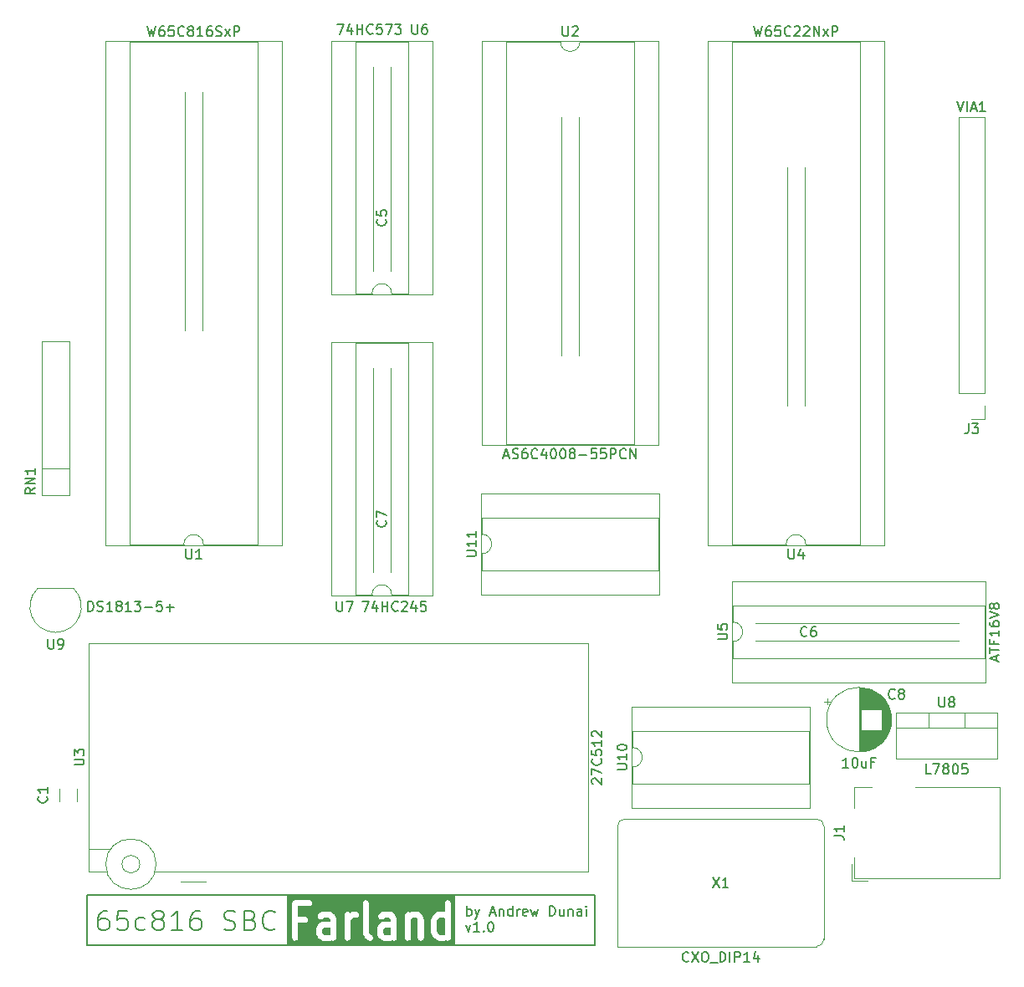
<source format=gbr>
%TF.GenerationSoftware,KiCad,Pcbnew,7.0.6*%
%TF.CreationDate,2023-08-31T12:46:52+03:00*%
%TF.ProjectId,main,6d61696e-2e6b-4696-9361-645f70636258,rev?*%
%TF.SameCoordinates,Original*%
%TF.FileFunction,Legend,Top*%
%TF.FilePolarity,Positive*%
%FSLAX46Y46*%
G04 Gerber Fmt 4.6, Leading zero omitted, Abs format (unit mm)*
G04 Created by KiCad (PCBNEW 7.0.6) date 2023-08-31 12:46:52*
%MOMM*%
%LPD*%
G01*
G04 APERTURE LIST*
%ADD10C,0.150000*%
%ADD11C,0.600000*%
%ADD12C,0.120000*%
G04 APERTURE END LIST*
D10*
X42865000Y17130000D02*
X73980000Y17130000D01*
X73980000Y12050000D01*
X42865000Y12050000D01*
X42865000Y17130000D01*
X22545000Y17130000D02*
X42865000Y17130000D01*
X42865000Y12050000D01*
X22545000Y12050000D01*
X22545000Y17130000D01*
X60981779Y15060180D02*
X60981779Y16060180D01*
X60981779Y15679228D02*
X61077017Y15726847D01*
X61077017Y15726847D02*
X61267493Y15726847D01*
X61267493Y15726847D02*
X61362731Y15679228D01*
X61362731Y15679228D02*
X61410350Y15631609D01*
X61410350Y15631609D02*
X61457969Y15536371D01*
X61457969Y15536371D02*
X61457969Y15250657D01*
X61457969Y15250657D02*
X61410350Y15155419D01*
X61410350Y15155419D02*
X61362731Y15107800D01*
X61362731Y15107800D02*
X61267493Y15060180D01*
X61267493Y15060180D02*
X61077017Y15060180D01*
X61077017Y15060180D02*
X60981779Y15107800D01*
X61791303Y15726847D02*
X62029398Y15060180D01*
X62267493Y15726847D02*
X62029398Y15060180D01*
X62029398Y15060180D02*
X61934160Y14822085D01*
X61934160Y14822085D02*
X61886541Y14774466D01*
X61886541Y14774466D02*
X61791303Y14726847D01*
X63362732Y15345895D02*
X63838922Y15345895D01*
X63267494Y15060180D02*
X63600827Y16060180D01*
X63600827Y16060180D02*
X63934160Y15060180D01*
X64267494Y15726847D02*
X64267494Y15060180D01*
X64267494Y15631609D02*
X64315113Y15679228D01*
X64315113Y15679228D02*
X64410351Y15726847D01*
X64410351Y15726847D02*
X64553208Y15726847D01*
X64553208Y15726847D02*
X64648446Y15679228D01*
X64648446Y15679228D02*
X64696065Y15583990D01*
X64696065Y15583990D02*
X64696065Y15060180D01*
X65600827Y15060180D02*
X65600827Y16060180D01*
X65600827Y15107800D02*
X65505589Y15060180D01*
X65505589Y15060180D02*
X65315113Y15060180D01*
X65315113Y15060180D02*
X65219875Y15107800D01*
X65219875Y15107800D02*
X65172256Y15155419D01*
X65172256Y15155419D02*
X65124637Y15250657D01*
X65124637Y15250657D02*
X65124637Y15536371D01*
X65124637Y15536371D02*
X65172256Y15631609D01*
X65172256Y15631609D02*
X65219875Y15679228D01*
X65219875Y15679228D02*
X65315113Y15726847D01*
X65315113Y15726847D02*
X65505589Y15726847D01*
X65505589Y15726847D02*
X65600827Y15679228D01*
X66077018Y15060180D02*
X66077018Y15726847D01*
X66077018Y15536371D02*
X66124637Y15631609D01*
X66124637Y15631609D02*
X66172256Y15679228D01*
X66172256Y15679228D02*
X66267494Y15726847D01*
X66267494Y15726847D02*
X66362732Y15726847D01*
X67077018Y15107800D02*
X66981780Y15060180D01*
X66981780Y15060180D02*
X66791304Y15060180D01*
X66791304Y15060180D02*
X66696066Y15107800D01*
X66696066Y15107800D02*
X66648447Y15203038D01*
X66648447Y15203038D02*
X66648447Y15583990D01*
X66648447Y15583990D02*
X66696066Y15679228D01*
X66696066Y15679228D02*
X66791304Y15726847D01*
X66791304Y15726847D02*
X66981780Y15726847D01*
X66981780Y15726847D02*
X67077018Y15679228D01*
X67077018Y15679228D02*
X67124637Y15583990D01*
X67124637Y15583990D02*
X67124637Y15488752D01*
X67124637Y15488752D02*
X66648447Y15393514D01*
X67457971Y15726847D02*
X67648447Y15060180D01*
X67648447Y15060180D02*
X67838923Y15536371D01*
X67838923Y15536371D02*
X68029399Y15060180D01*
X68029399Y15060180D02*
X68219875Y15726847D01*
X69362733Y15060180D02*
X69362733Y16060180D01*
X69362733Y16060180D02*
X69600828Y16060180D01*
X69600828Y16060180D02*
X69743685Y16012561D01*
X69743685Y16012561D02*
X69838923Y15917323D01*
X69838923Y15917323D02*
X69886542Y15822085D01*
X69886542Y15822085D02*
X69934161Y15631609D01*
X69934161Y15631609D02*
X69934161Y15488752D01*
X69934161Y15488752D02*
X69886542Y15298276D01*
X69886542Y15298276D02*
X69838923Y15203038D01*
X69838923Y15203038D02*
X69743685Y15107800D01*
X69743685Y15107800D02*
X69600828Y15060180D01*
X69600828Y15060180D02*
X69362733Y15060180D01*
X70791304Y15726847D02*
X70791304Y15060180D01*
X70362733Y15726847D02*
X70362733Y15203038D01*
X70362733Y15203038D02*
X70410352Y15107800D01*
X70410352Y15107800D02*
X70505590Y15060180D01*
X70505590Y15060180D02*
X70648447Y15060180D01*
X70648447Y15060180D02*
X70743685Y15107800D01*
X70743685Y15107800D02*
X70791304Y15155419D01*
X71267495Y15726847D02*
X71267495Y15060180D01*
X71267495Y15631609D02*
X71315114Y15679228D01*
X71315114Y15679228D02*
X71410352Y15726847D01*
X71410352Y15726847D02*
X71553209Y15726847D01*
X71553209Y15726847D02*
X71648447Y15679228D01*
X71648447Y15679228D02*
X71696066Y15583990D01*
X71696066Y15583990D02*
X71696066Y15060180D01*
X72600828Y15060180D02*
X72600828Y15583990D01*
X72600828Y15583990D02*
X72553209Y15679228D01*
X72553209Y15679228D02*
X72457971Y15726847D01*
X72457971Y15726847D02*
X72267495Y15726847D01*
X72267495Y15726847D02*
X72172257Y15679228D01*
X72600828Y15107800D02*
X72505590Y15060180D01*
X72505590Y15060180D02*
X72267495Y15060180D01*
X72267495Y15060180D02*
X72172257Y15107800D01*
X72172257Y15107800D02*
X72124638Y15203038D01*
X72124638Y15203038D02*
X72124638Y15298276D01*
X72124638Y15298276D02*
X72172257Y15393514D01*
X72172257Y15393514D02*
X72267495Y15441133D01*
X72267495Y15441133D02*
X72505590Y15441133D01*
X72505590Y15441133D02*
X72600828Y15488752D01*
X73077019Y15060180D02*
X73077019Y15726847D01*
X73077019Y16060180D02*
X73029400Y16012561D01*
X73029400Y16012561D02*
X73077019Y15964942D01*
X73077019Y15964942D02*
X73124638Y16012561D01*
X73124638Y16012561D02*
X73077019Y16060180D01*
X73077019Y16060180D02*
X73077019Y15964942D01*
X60886541Y14116847D02*
X61124636Y13450180D01*
X61124636Y13450180D02*
X61362731Y14116847D01*
X62267493Y13450180D02*
X61696065Y13450180D01*
X61981779Y13450180D02*
X61981779Y14450180D01*
X61981779Y14450180D02*
X61886541Y14307323D01*
X61886541Y14307323D02*
X61791303Y14212085D01*
X61791303Y14212085D02*
X61696065Y14164466D01*
X62696065Y13545419D02*
X62743684Y13497800D01*
X62743684Y13497800D02*
X62696065Y13450180D01*
X62696065Y13450180D02*
X62648446Y13497800D01*
X62648446Y13497800D02*
X62696065Y13545419D01*
X62696065Y13545419D02*
X62696065Y13450180D01*
X63362731Y14450180D02*
X63457969Y14450180D01*
X63457969Y14450180D02*
X63553207Y14402561D01*
X63553207Y14402561D02*
X63600826Y14354942D01*
X63600826Y14354942D02*
X63648445Y14259704D01*
X63648445Y14259704D02*
X63696064Y14069228D01*
X63696064Y14069228D02*
X63696064Y13831133D01*
X63696064Y13831133D02*
X63648445Y13640657D01*
X63648445Y13640657D02*
X63600826Y13545419D01*
X63600826Y13545419D02*
X63553207Y13497800D01*
X63553207Y13497800D02*
X63457969Y13450180D01*
X63457969Y13450180D02*
X63362731Y13450180D01*
X63362731Y13450180D02*
X63267493Y13497800D01*
X63267493Y13497800D02*
X63219874Y13545419D01*
X63219874Y13545419D02*
X63172255Y13640657D01*
X63172255Y13640657D02*
X63124636Y13831133D01*
X63124636Y13831133D02*
X63124636Y14069228D01*
X63124636Y14069228D02*
X63172255Y14259704D01*
X63172255Y14259704D02*
X63219874Y14354942D01*
X63219874Y14354942D02*
X63267493Y14402561D01*
X63267493Y14402561D02*
X63362731Y14450180D01*
D11*
G36*
X47169464Y13173697D02*
G01*
X47102644Y13134719D01*
X46550569Y13134719D01*
X46420472Y13210608D01*
X46340892Y13396297D01*
X46340892Y13606474D01*
X46420472Y13792162D01*
X46550569Y13868052D01*
X47169464Y13868052D01*
X47169464Y13173697D01*
G37*
G36*
X53312322Y13173697D02*
G01*
X53245502Y13134719D01*
X52693427Y13134719D01*
X52563330Y13210608D01*
X52483749Y13396297D01*
X52483749Y13606474D01*
X52563330Y13792162D01*
X52693427Y13868052D01*
X53312322Y13868052D01*
X53312322Y13173697D01*
G37*
G36*
X58740894Y14829074D02*
G01*
X58740894Y13173697D01*
X58674074Y13134719D01*
X58264856Y13134719D01*
X58092891Y13235031D01*
X58012835Y13328430D01*
X57912322Y13562963D01*
X57912322Y14439807D01*
X58012836Y14674342D01*
X58092891Y14767740D01*
X58264856Y14868052D01*
X58674075Y14868052D01*
X58740894Y14829074D01*
G37*
G36*
X59840894Y12034719D02*
G01*
X42812320Y12034719D01*
X42812320Y12834719D01*
X43312320Y12834719D01*
X43332578Y12726347D01*
X43390617Y12632610D01*
X43478598Y12566170D01*
X43584639Y12535999D01*
X43694419Y12546171D01*
X43793110Y12595314D01*
X43867385Y12676789D01*
X43907212Y12779594D01*
X43912320Y12834719D01*
X43912320Y13334719D01*
X45740892Y13334719D01*
X45746963Y13302239D01*
X45748129Y13269223D01*
X45760009Y13232448D01*
X45761150Y13226347D01*
X45762886Y13223541D01*
X45765148Y13216543D01*
X45908005Y12883211D01*
X45915035Y12872703D01*
X45918813Y12860643D01*
X45945501Y12827170D01*
X45969315Y12791581D01*
X45979665Y12784323D01*
X45987546Y12774440D01*
X46032588Y12742252D01*
X46318303Y12575585D01*
X46366568Y12558333D01*
X46414339Y12539827D01*
X46419746Y12539325D01*
X46422119Y12538478D01*
X46427397Y12538616D01*
X46469464Y12534719D01*
X47183749Y12534719D01*
X47234130Y12544136D01*
X47284721Y12552222D01*
X47289645Y12554514D01*
X47292121Y12554977D01*
X47296609Y12557755D01*
X47327711Y12572234D01*
X47335742Y12566170D01*
X47441783Y12535999D01*
X47551563Y12546171D01*
X47650254Y12595314D01*
X47724529Y12676789D01*
X47764356Y12779594D01*
X47769464Y12834719D01*
X48598035Y12834719D01*
X48618293Y12726347D01*
X48676332Y12632610D01*
X48764313Y12566170D01*
X48870354Y12535999D01*
X48980134Y12546171D01*
X49078825Y12595314D01*
X49153100Y12676789D01*
X49192927Y12779594D01*
X49198035Y12834719D01*
X49198035Y13334719D01*
X50455178Y13334719D01*
X50461249Y13302239D01*
X50462415Y13269223D01*
X50474295Y13232448D01*
X50475436Y13226347D01*
X50477172Y13223541D01*
X50479434Y13216543D01*
X50622291Y12883211D01*
X50629321Y12872703D01*
X50633099Y12860643D01*
X50659787Y12827170D01*
X50683601Y12791581D01*
X50693951Y12784323D01*
X50701832Y12774440D01*
X50746874Y12742252D01*
X51032589Y12575585D01*
X51136405Y12538478D01*
X51246618Y12541380D01*
X51348338Y12583899D01*
X51427830Y12660293D01*
X51474359Y12760244D01*
X51481638Y12870253D01*
X51448686Y12975463D01*
X51379953Y13061665D01*
X51334911Y13093853D01*
X51134758Y13210608D01*
X51081568Y13334719D01*
X51883750Y13334719D01*
X51889821Y13302239D01*
X51890987Y13269223D01*
X51902867Y13232448D01*
X51904008Y13226347D01*
X51905744Y13223541D01*
X51908006Y13216543D01*
X52050863Y12883211D01*
X52057893Y12872703D01*
X52061671Y12860643D01*
X52088359Y12827170D01*
X52112173Y12791581D01*
X52122523Y12784323D01*
X52130404Y12774440D01*
X52175446Y12742252D01*
X52461161Y12575585D01*
X52509426Y12558333D01*
X52557197Y12539827D01*
X52562604Y12539325D01*
X52564977Y12538478D01*
X52570255Y12538616D01*
X52612322Y12534719D01*
X53326607Y12534719D01*
X53376988Y12544136D01*
X53427579Y12552222D01*
X53432503Y12554514D01*
X53434979Y12554977D01*
X53439467Y12557755D01*
X53470569Y12572234D01*
X53478600Y12566170D01*
X53584641Y12535999D01*
X53694421Y12546171D01*
X53793112Y12595314D01*
X53867387Y12676789D01*
X53907214Y12779594D01*
X53912322Y12834719D01*
X54740893Y12834719D01*
X54761151Y12726347D01*
X54819190Y12632610D01*
X54907171Y12566170D01*
X55013212Y12535999D01*
X55122992Y12546171D01*
X55221683Y12595314D01*
X55295958Y12676789D01*
X55335785Y12779594D01*
X55340893Y12834719D01*
X55340893Y14723742D01*
X55378605Y14767740D01*
X55550570Y14868052D01*
X55816931Y14868052D01*
X55947027Y14792162D01*
X56026608Y14606475D01*
X56026608Y12834719D01*
X56046866Y12726347D01*
X56104905Y12632610D01*
X56192886Y12566170D01*
X56298927Y12535999D01*
X56408707Y12546171D01*
X56507398Y12595314D01*
X56581673Y12676789D01*
X56621500Y12779594D01*
X56626608Y12834719D01*
X56626608Y13501386D01*
X57312322Y13501386D01*
X57318393Y13468906D01*
X57319559Y13435891D01*
X57331438Y13399118D01*
X57332580Y13393014D01*
X57334317Y13390207D01*
X57336578Y13383211D01*
X57479435Y13049877D01*
X57489429Y13034939D01*
X57495406Y13017992D01*
X57527402Y12972814D01*
X57670259Y12806149D01*
X57687798Y12792041D01*
X57701833Y12774440D01*
X57746875Y12742252D01*
X58032590Y12575585D01*
X58080855Y12558333D01*
X58128626Y12539827D01*
X58134033Y12539325D01*
X58136406Y12538478D01*
X58141684Y12538616D01*
X58183751Y12534719D01*
X58755179Y12534719D01*
X58805560Y12544136D01*
X58856151Y12552222D01*
X58861075Y12554514D01*
X58863551Y12554977D01*
X58868039Y12557755D01*
X58899141Y12572234D01*
X58907172Y12566170D01*
X59013213Y12535999D01*
X59122993Y12546171D01*
X59221684Y12595314D01*
X59295959Y12676789D01*
X59335786Y12779594D01*
X59340894Y12834719D01*
X59340894Y16334719D01*
X59320636Y16443091D01*
X59262597Y16536828D01*
X59174616Y16603268D01*
X59068575Y16633439D01*
X58958795Y16623267D01*
X58860104Y16574124D01*
X58785829Y16492649D01*
X58746002Y16389844D01*
X58740894Y16334719D01*
X58740894Y15468052D01*
X58183751Y15468052D01*
X58133383Y15458636D01*
X58082780Y15450550D01*
X58077853Y15448256D01*
X58075379Y15447794D01*
X58070892Y15445016D01*
X58032591Y15427186D01*
X57746875Y15260520D01*
X57729845Y15245797D01*
X57710012Y15235153D01*
X57670259Y15196623D01*
X57527402Y15029956D01*
X57518413Y15014395D01*
X57505845Y15001550D01*
X57479435Y14952894D01*
X57336578Y14619562D01*
X57329364Y14587317D01*
X57317430Y14556511D01*
X57313864Y14518030D01*
X57312509Y14511972D01*
X57313000Y14508708D01*
X57312322Y14501386D01*
X57312322Y13501386D01*
X56626608Y13501386D01*
X56626608Y14668052D01*
X56620537Y14700529D01*
X56619371Y14733548D01*
X56607491Y14770316D01*
X56606350Y14776424D01*
X56604611Y14779232D01*
X56602351Y14786228D01*
X56459493Y15119562D01*
X56452464Y15130066D01*
X56448686Y15142130D01*
X56421992Y15175607D01*
X56398183Y15211192D01*
X56387833Y15218448D01*
X56379953Y15228332D01*
X56334911Y15260520D01*
X56049197Y15427186D01*
X56000936Y15444435D01*
X55953161Y15462944D01*
X55947751Y15463445D01*
X55945380Y15464293D01*
X55940102Y15464154D01*
X55898036Y15468052D01*
X55469465Y15468052D01*
X55419097Y15458636D01*
X55368494Y15450550D01*
X55363567Y15448256D01*
X55361093Y15447794D01*
X55356606Y15445016D01*
X55318305Y15427186D01*
X55244270Y15383999D01*
X55174615Y15436601D01*
X55068574Y15466772D01*
X54958794Y15456600D01*
X54860103Y15407457D01*
X54785828Y15325982D01*
X54746001Y15223177D01*
X54740893Y15168052D01*
X54740893Y12834719D01*
X53912322Y12834719D01*
X53912322Y14668052D01*
X53906251Y14700529D01*
X53905085Y14733548D01*
X53893205Y14770316D01*
X53892064Y14776424D01*
X53890325Y14779232D01*
X53888065Y14786228D01*
X53745207Y15119562D01*
X53738178Y15130066D01*
X53734400Y15142130D01*
X53707706Y15175607D01*
X53683897Y15211192D01*
X53673547Y15218448D01*
X53665667Y15228332D01*
X53620625Y15260520D01*
X53334911Y15427186D01*
X53286650Y15444435D01*
X53238875Y15462944D01*
X53233465Y15463445D01*
X53231094Y15464293D01*
X53225816Y15464154D01*
X53183750Y15468052D01*
X52612322Y15468052D01*
X52561954Y15458636D01*
X52511351Y15450550D01*
X52506424Y15448256D01*
X52503950Y15447794D01*
X52499463Y15445016D01*
X52461162Y15427186D01*
X52175446Y15260520D01*
X52092044Y15188416D01*
X52040320Y15091052D01*
X52027261Y14981579D01*
X52054631Y14874781D01*
X52118732Y14785080D01*
X52210908Y14724594D01*
X52318709Y14701490D01*
X52427578Y14718888D01*
X52477768Y14742252D01*
X52693427Y14868052D01*
X53102645Y14868052D01*
X53232741Y14792162D01*
X53312322Y14606475D01*
X53312322Y14507030D01*
X53245502Y14468052D01*
X52612322Y14468052D01*
X52561954Y14458636D01*
X52511351Y14450550D01*
X52506424Y14448256D01*
X52503950Y14447794D01*
X52499463Y14445016D01*
X52461162Y14427186D01*
X52175446Y14260520D01*
X52165881Y14252251D01*
X52154377Y14247021D01*
X52124437Y14216421D01*
X52092044Y14188416D01*
X52086113Y14177252D01*
X52077273Y14168217D01*
X52050863Y14119561D01*
X51908006Y13786227D01*
X51900792Y13753984D01*
X51888858Y13723177D01*
X51885292Y13684696D01*
X51883937Y13678638D01*
X51884428Y13675374D01*
X51883750Y13668052D01*
X51883750Y13334719D01*
X51081568Y13334719D01*
X51055178Y13396297D01*
X51055178Y16334719D01*
X51034920Y16443091D01*
X50976881Y16536828D01*
X50888900Y16603268D01*
X50782859Y16633439D01*
X50673079Y16623267D01*
X50574388Y16574124D01*
X50500113Y16492649D01*
X50460286Y16389844D01*
X50455178Y16334719D01*
X50455178Y13334719D01*
X49198035Y13334719D01*
X49198035Y14439807D01*
X49298547Y14674339D01*
X49378606Y14767741D01*
X49550569Y14868052D01*
X49755178Y14868052D01*
X49863550Y14888310D01*
X49957287Y14946349D01*
X50023727Y15034330D01*
X50053898Y15140371D01*
X50043726Y15250151D01*
X49994583Y15348842D01*
X49913108Y15423117D01*
X49810303Y15462944D01*
X49755178Y15468052D01*
X49469464Y15468052D01*
X49419098Y15458637D01*
X49368493Y15450550D01*
X49363566Y15448256D01*
X49361092Y15447794D01*
X49356606Y15445016D01*
X49318303Y15427186D01*
X49146486Y15326960D01*
X49119738Y15370161D01*
X49031757Y15436601D01*
X48925716Y15466772D01*
X48815936Y15456600D01*
X48717245Y15407457D01*
X48642970Y15325982D01*
X48603143Y15223177D01*
X48598035Y15168052D01*
X48598035Y12834719D01*
X47769464Y12834719D01*
X47769464Y14668052D01*
X47763393Y14700529D01*
X47762227Y14733548D01*
X47750347Y14770316D01*
X47749206Y14776424D01*
X47747467Y14779232D01*
X47745207Y14786228D01*
X47602349Y15119562D01*
X47595320Y15130066D01*
X47591542Y15142130D01*
X47564848Y15175607D01*
X47541039Y15211192D01*
X47530689Y15218448D01*
X47522809Y15228332D01*
X47477767Y15260520D01*
X47192053Y15427186D01*
X47143792Y15444435D01*
X47096017Y15462944D01*
X47090607Y15463445D01*
X47088236Y15464293D01*
X47082958Y15464154D01*
X47040892Y15468052D01*
X46469464Y15468052D01*
X46419096Y15458636D01*
X46368493Y15450550D01*
X46363566Y15448256D01*
X46361092Y15447794D01*
X46356605Y15445016D01*
X46318304Y15427186D01*
X46032588Y15260520D01*
X45949186Y15188416D01*
X45897462Y15091052D01*
X45884403Y14981579D01*
X45911773Y14874781D01*
X45975874Y14785080D01*
X46068050Y14724594D01*
X46175851Y14701490D01*
X46284720Y14718888D01*
X46334910Y14742252D01*
X46550569Y14868052D01*
X46959787Y14868052D01*
X47089883Y14792162D01*
X47169464Y14606475D01*
X47169464Y14507030D01*
X47102644Y14468052D01*
X46469464Y14468052D01*
X46419096Y14458636D01*
X46368493Y14450550D01*
X46363566Y14448256D01*
X46361092Y14447794D01*
X46356605Y14445016D01*
X46318304Y14427186D01*
X46032588Y14260520D01*
X46023023Y14252251D01*
X46011519Y14247021D01*
X45981579Y14216421D01*
X45949186Y14188416D01*
X45943255Y14177252D01*
X45934415Y14168217D01*
X45908005Y14119561D01*
X45765148Y13786227D01*
X45757934Y13753984D01*
X45746000Y13723177D01*
X45742434Y13684696D01*
X45741079Y13678638D01*
X45741570Y13675374D01*
X45740892Y13668052D01*
X45740892Y13334719D01*
X43912320Y13334719D01*
X43912320Y14368052D01*
X44612320Y14368052D01*
X44720692Y14388310D01*
X44814429Y14446349D01*
X44880869Y14534330D01*
X44911040Y14640371D01*
X44900868Y14750151D01*
X44851725Y14848842D01*
X44770250Y14923117D01*
X44667445Y14962944D01*
X44612320Y14968052D01*
X43912320Y14968052D01*
X43912320Y16034719D01*
X45040892Y16034719D01*
X45149264Y16054977D01*
X45243001Y16113016D01*
X45309441Y16200997D01*
X45339612Y16307038D01*
X45329440Y16416818D01*
X45280297Y16515509D01*
X45198822Y16589784D01*
X45096017Y16629611D01*
X45040892Y16634719D01*
X43612320Y16634719D01*
X43571535Y16627095D01*
X43530221Y16623267D01*
X43517698Y16617031D01*
X43503948Y16614461D01*
X43468668Y16592617D01*
X43431530Y16574124D01*
X43422107Y16563787D01*
X43410211Y16556422D01*
X43385203Y16523307D01*
X43357255Y16492649D01*
X43352201Y16479605D01*
X43343771Y16468441D01*
X43332416Y16428533D01*
X43317428Y16389844D01*
X43315505Y16369097D01*
X43313600Y16362400D01*
X43314242Y16355466D01*
X43312320Y16334719D01*
X43312320Y12834719D01*
X42812320Y12834719D01*
X42812320Y17134719D01*
X59840894Y17134719D01*
X59840894Y12034719D01*
G37*
D10*
X24612017Y15572561D02*
X24231064Y15572561D01*
X24231064Y15572561D02*
X24040588Y15477323D01*
X24040588Y15477323D02*
X23945350Y15382085D01*
X23945350Y15382085D02*
X23754874Y15096371D01*
X23754874Y15096371D02*
X23659636Y14715419D01*
X23659636Y14715419D02*
X23659636Y13953514D01*
X23659636Y13953514D02*
X23754874Y13763038D01*
X23754874Y13763038D02*
X23850112Y13667800D01*
X23850112Y13667800D02*
X24040588Y13572561D01*
X24040588Y13572561D02*
X24421541Y13572561D01*
X24421541Y13572561D02*
X24612017Y13667800D01*
X24612017Y13667800D02*
X24707255Y13763038D01*
X24707255Y13763038D02*
X24802493Y13953514D01*
X24802493Y13953514D02*
X24802493Y14429704D01*
X24802493Y14429704D02*
X24707255Y14620180D01*
X24707255Y14620180D02*
X24612017Y14715419D01*
X24612017Y14715419D02*
X24421541Y14810657D01*
X24421541Y14810657D02*
X24040588Y14810657D01*
X24040588Y14810657D02*
X23850112Y14715419D01*
X23850112Y14715419D02*
X23754874Y14620180D01*
X23754874Y14620180D02*
X23659636Y14429704D01*
X26612017Y15572561D02*
X25659636Y15572561D01*
X25659636Y15572561D02*
X25564398Y14620180D01*
X25564398Y14620180D02*
X25659636Y14715419D01*
X25659636Y14715419D02*
X25850112Y14810657D01*
X25850112Y14810657D02*
X26326303Y14810657D01*
X26326303Y14810657D02*
X26516779Y14715419D01*
X26516779Y14715419D02*
X26612017Y14620180D01*
X26612017Y14620180D02*
X26707255Y14429704D01*
X26707255Y14429704D02*
X26707255Y13953514D01*
X26707255Y13953514D02*
X26612017Y13763038D01*
X26612017Y13763038D02*
X26516779Y13667800D01*
X26516779Y13667800D02*
X26326303Y13572561D01*
X26326303Y13572561D02*
X25850112Y13572561D01*
X25850112Y13572561D02*
X25659636Y13667800D01*
X25659636Y13667800D02*
X25564398Y13763038D01*
X28421541Y13667800D02*
X28231065Y13572561D01*
X28231065Y13572561D02*
X27850112Y13572561D01*
X27850112Y13572561D02*
X27659636Y13667800D01*
X27659636Y13667800D02*
X27564398Y13763038D01*
X27564398Y13763038D02*
X27469160Y13953514D01*
X27469160Y13953514D02*
X27469160Y14524942D01*
X27469160Y14524942D02*
X27564398Y14715419D01*
X27564398Y14715419D02*
X27659636Y14810657D01*
X27659636Y14810657D02*
X27850112Y14905895D01*
X27850112Y14905895D02*
X28231065Y14905895D01*
X28231065Y14905895D02*
X28421541Y14810657D01*
X29564398Y14715419D02*
X29373922Y14810657D01*
X29373922Y14810657D02*
X29278684Y14905895D01*
X29278684Y14905895D02*
X29183446Y15096371D01*
X29183446Y15096371D02*
X29183446Y15191609D01*
X29183446Y15191609D02*
X29278684Y15382085D01*
X29278684Y15382085D02*
X29373922Y15477323D01*
X29373922Y15477323D02*
X29564398Y15572561D01*
X29564398Y15572561D02*
X29945351Y15572561D01*
X29945351Y15572561D02*
X30135827Y15477323D01*
X30135827Y15477323D02*
X30231065Y15382085D01*
X30231065Y15382085D02*
X30326303Y15191609D01*
X30326303Y15191609D02*
X30326303Y15096371D01*
X30326303Y15096371D02*
X30231065Y14905895D01*
X30231065Y14905895D02*
X30135827Y14810657D01*
X30135827Y14810657D02*
X29945351Y14715419D01*
X29945351Y14715419D02*
X29564398Y14715419D01*
X29564398Y14715419D02*
X29373922Y14620180D01*
X29373922Y14620180D02*
X29278684Y14524942D01*
X29278684Y14524942D02*
X29183446Y14334466D01*
X29183446Y14334466D02*
X29183446Y13953514D01*
X29183446Y13953514D02*
X29278684Y13763038D01*
X29278684Y13763038D02*
X29373922Y13667800D01*
X29373922Y13667800D02*
X29564398Y13572561D01*
X29564398Y13572561D02*
X29945351Y13572561D01*
X29945351Y13572561D02*
X30135827Y13667800D01*
X30135827Y13667800D02*
X30231065Y13763038D01*
X30231065Y13763038D02*
X30326303Y13953514D01*
X30326303Y13953514D02*
X30326303Y14334466D01*
X30326303Y14334466D02*
X30231065Y14524942D01*
X30231065Y14524942D02*
X30135827Y14620180D01*
X30135827Y14620180D02*
X29945351Y14715419D01*
X32231065Y13572561D02*
X31088208Y13572561D01*
X31659636Y13572561D02*
X31659636Y15572561D01*
X31659636Y15572561D02*
X31469160Y15286847D01*
X31469160Y15286847D02*
X31278684Y15096371D01*
X31278684Y15096371D02*
X31088208Y15001133D01*
X33945351Y15572561D02*
X33564398Y15572561D01*
X33564398Y15572561D02*
X33373922Y15477323D01*
X33373922Y15477323D02*
X33278684Y15382085D01*
X33278684Y15382085D02*
X33088208Y15096371D01*
X33088208Y15096371D02*
X32992970Y14715419D01*
X32992970Y14715419D02*
X32992970Y13953514D01*
X32992970Y13953514D02*
X33088208Y13763038D01*
X33088208Y13763038D02*
X33183446Y13667800D01*
X33183446Y13667800D02*
X33373922Y13572561D01*
X33373922Y13572561D02*
X33754875Y13572561D01*
X33754875Y13572561D02*
X33945351Y13667800D01*
X33945351Y13667800D02*
X34040589Y13763038D01*
X34040589Y13763038D02*
X34135827Y13953514D01*
X34135827Y13953514D02*
X34135827Y14429704D01*
X34135827Y14429704D02*
X34040589Y14620180D01*
X34040589Y14620180D02*
X33945351Y14715419D01*
X33945351Y14715419D02*
X33754875Y14810657D01*
X33754875Y14810657D02*
X33373922Y14810657D01*
X33373922Y14810657D02*
X33183446Y14715419D01*
X33183446Y14715419D02*
X33088208Y14620180D01*
X33088208Y14620180D02*
X32992970Y14429704D01*
X36421542Y13667800D02*
X36707256Y13572561D01*
X36707256Y13572561D02*
X37183447Y13572561D01*
X37183447Y13572561D02*
X37373923Y13667800D01*
X37373923Y13667800D02*
X37469161Y13763038D01*
X37469161Y13763038D02*
X37564399Y13953514D01*
X37564399Y13953514D02*
X37564399Y14143990D01*
X37564399Y14143990D02*
X37469161Y14334466D01*
X37469161Y14334466D02*
X37373923Y14429704D01*
X37373923Y14429704D02*
X37183447Y14524942D01*
X37183447Y14524942D02*
X36802494Y14620180D01*
X36802494Y14620180D02*
X36612018Y14715419D01*
X36612018Y14715419D02*
X36516780Y14810657D01*
X36516780Y14810657D02*
X36421542Y15001133D01*
X36421542Y15001133D02*
X36421542Y15191609D01*
X36421542Y15191609D02*
X36516780Y15382085D01*
X36516780Y15382085D02*
X36612018Y15477323D01*
X36612018Y15477323D02*
X36802494Y15572561D01*
X36802494Y15572561D02*
X37278685Y15572561D01*
X37278685Y15572561D02*
X37564399Y15477323D01*
X39088209Y14620180D02*
X39373923Y14524942D01*
X39373923Y14524942D02*
X39469161Y14429704D01*
X39469161Y14429704D02*
X39564399Y14239228D01*
X39564399Y14239228D02*
X39564399Y13953514D01*
X39564399Y13953514D02*
X39469161Y13763038D01*
X39469161Y13763038D02*
X39373923Y13667800D01*
X39373923Y13667800D02*
X39183447Y13572561D01*
X39183447Y13572561D02*
X38421542Y13572561D01*
X38421542Y13572561D02*
X38421542Y15572561D01*
X38421542Y15572561D02*
X39088209Y15572561D01*
X39088209Y15572561D02*
X39278685Y15477323D01*
X39278685Y15477323D02*
X39373923Y15382085D01*
X39373923Y15382085D02*
X39469161Y15191609D01*
X39469161Y15191609D02*
X39469161Y15001133D01*
X39469161Y15001133D02*
X39373923Y14810657D01*
X39373923Y14810657D02*
X39278685Y14715419D01*
X39278685Y14715419D02*
X39088209Y14620180D01*
X39088209Y14620180D02*
X38421542Y14620180D01*
X41564399Y13763038D02*
X41469161Y13667800D01*
X41469161Y13667800D02*
X41183447Y13572561D01*
X41183447Y13572561D02*
X40992971Y13572561D01*
X40992971Y13572561D02*
X40707256Y13667800D01*
X40707256Y13667800D02*
X40516780Y13858276D01*
X40516780Y13858276D02*
X40421542Y14048752D01*
X40421542Y14048752D02*
X40326304Y14429704D01*
X40326304Y14429704D02*
X40326304Y14715419D01*
X40326304Y14715419D02*
X40421542Y15096371D01*
X40421542Y15096371D02*
X40516780Y15286847D01*
X40516780Y15286847D02*
X40707256Y15477323D01*
X40707256Y15477323D02*
X40992971Y15572561D01*
X40992971Y15572561D02*
X41183447Y15572561D01*
X41183447Y15572561D02*
X41469161Y15477323D01*
X41469161Y15477323D02*
X41564399Y15382085D01*
X70678095Y105095180D02*
X70678095Y104285657D01*
X70678095Y104285657D02*
X70725714Y104190419D01*
X70725714Y104190419D02*
X70773333Y104142800D01*
X70773333Y104142800D02*
X70868571Y104095180D01*
X70868571Y104095180D02*
X71059047Y104095180D01*
X71059047Y104095180D02*
X71154285Y104142800D01*
X71154285Y104142800D02*
X71201904Y104190419D01*
X71201904Y104190419D02*
X71249523Y104285657D01*
X71249523Y104285657D02*
X71249523Y105095180D01*
X71678095Y104999942D02*
X71725714Y105047561D01*
X71725714Y105047561D02*
X71820952Y105095180D01*
X71820952Y105095180D02*
X72059047Y105095180D01*
X72059047Y105095180D02*
X72154285Y105047561D01*
X72154285Y105047561D02*
X72201904Y104999942D01*
X72201904Y104999942D02*
X72249523Y104904704D01*
X72249523Y104904704D02*
X72249523Y104809466D01*
X72249523Y104809466D02*
X72201904Y104666609D01*
X72201904Y104666609D02*
X71630476Y104095180D01*
X71630476Y104095180D02*
X72249523Y104095180D01*
X64749524Y61620895D02*
X65225714Y61620895D01*
X64654286Y61335180D02*
X64987619Y62335180D01*
X64987619Y62335180D02*
X65320952Y61335180D01*
X65606667Y61382800D02*
X65749524Y61335180D01*
X65749524Y61335180D02*
X65987619Y61335180D01*
X65987619Y61335180D02*
X66082857Y61382800D01*
X66082857Y61382800D02*
X66130476Y61430419D01*
X66130476Y61430419D02*
X66178095Y61525657D01*
X66178095Y61525657D02*
X66178095Y61620895D01*
X66178095Y61620895D02*
X66130476Y61716133D01*
X66130476Y61716133D02*
X66082857Y61763752D01*
X66082857Y61763752D02*
X65987619Y61811371D01*
X65987619Y61811371D02*
X65797143Y61858990D01*
X65797143Y61858990D02*
X65701905Y61906609D01*
X65701905Y61906609D02*
X65654286Y61954228D01*
X65654286Y61954228D02*
X65606667Y62049466D01*
X65606667Y62049466D02*
X65606667Y62144704D01*
X65606667Y62144704D02*
X65654286Y62239942D01*
X65654286Y62239942D02*
X65701905Y62287561D01*
X65701905Y62287561D02*
X65797143Y62335180D01*
X65797143Y62335180D02*
X66035238Y62335180D01*
X66035238Y62335180D02*
X66178095Y62287561D01*
X67035238Y62335180D02*
X66844762Y62335180D01*
X66844762Y62335180D02*
X66749524Y62287561D01*
X66749524Y62287561D02*
X66701905Y62239942D01*
X66701905Y62239942D02*
X66606667Y62097085D01*
X66606667Y62097085D02*
X66559048Y61906609D01*
X66559048Y61906609D02*
X66559048Y61525657D01*
X66559048Y61525657D02*
X66606667Y61430419D01*
X66606667Y61430419D02*
X66654286Y61382800D01*
X66654286Y61382800D02*
X66749524Y61335180D01*
X66749524Y61335180D02*
X66940000Y61335180D01*
X66940000Y61335180D02*
X67035238Y61382800D01*
X67035238Y61382800D02*
X67082857Y61430419D01*
X67082857Y61430419D02*
X67130476Y61525657D01*
X67130476Y61525657D02*
X67130476Y61763752D01*
X67130476Y61763752D02*
X67082857Y61858990D01*
X67082857Y61858990D02*
X67035238Y61906609D01*
X67035238Y61906609D02*
X66940000Y61954228D01*
X66940000Y61954228D02*
X66749524Y61954228D01*
X66749524Y61954228D02*
X66654286Y61906609D01*
X66654286Y61906609D02*
X66606667Y61858990D01*
X66606667Y61858990D02*
X66559048Y61763752D01*
X68130476Y61430419D02*
X68082857Y61382800D01*
X68082857Y61382800D02*
X67940000Y61335180D01*
X67940000Y61335180D02*
X67844762Y61335180D01*
X67844762Y61335180D02*
X67701905Y61382800D01*
X67701905Y61382800D02*
X67606667Y61478038D01*
X67606667Y61478038D02*
X67559048Y61573276D01*
X67559048Y61573276D02*
X67511429Y61763752D01*
X67511429Y61763752D02*
X67511429Y61906609D01*
X67511429Y61906609D02*
X67559048Y62097085D01*
X67559048Y62097085D02*
X67606667Y62192323D01*
X67606667Y62192323D02*
X67701905Y62287561D01*
X67701905Y62287561D02*
X67844762Y62335180D01*
X67844762Y62335180D02*
X67940000Y62335180D01*
X67940000Y62335180D02*
X68082857Y62287561D01*
X68082857Y62287561D02*
X68130476Y62239942D01*
X68987619Y62001847D02*
X68987619Y61335180D01*
X68749524Y62382800D02*
X68511429Y61668514D01*
X68511429Y61668514D02*
X69130476Y61668514D01*
X69701905Y62335180D02*
X69797143Y62335180D01*
X69797143Y62335180D02*
X69892381Y62287561D01*
X69892381Y62287561D02*
X69940000Y62239942D01*
X69940000Y62239942D02*
X69987619Y62144704D01*
X69987619Y62144704D02*
X70035238Y61954228D01*
X70035238Y61954228D02*
X70035238Y61716133D01*
X70035238Y61716133D02*
X69987619Y61525657D01*
X69987619Y61525657D02*
X69940000Y61430419D01*
X69940000Y61430419D02*
X69892381Y61382800D01*
X69892381Y61382800D02*
X69797143Y61335180D01*
X69797143Y61335180D02*
X69701905Y61335180D01*
X69701905Y61335180D02*
X69606667Y61382800D01*
X69606667Y61382800D02*
X69559048Y61430419D01*
X69559048Y61430419D02*
X69511429Y61525657D01*
X69511429Y61525657D02*
X69463810Y61716133D01*
X69463810Y61716133D02*
X69463810Y61954228D01*
X69463810Y61954228D02*
X69511429Y62144704D01*
X69511429Y62144704D02*
X69559048Y62239942D01*
X69559048Y62239942D02*
X69606667Y62287561D01*
X69606667Y62287561D02*
X69701905Y62335180D01*
X70654286Y62335180D02*
X70749524Y62335180D01*
X70749524Y62335180D02*
X70844762Y62287561D01*
X70844762Y62287561D02*
X70892381Y62239942D01*
X70892381Y62239942D02*
X70940000Y62144704D01*
X70940000Y62144704D02*
X70987619Y61954228D01*
X70987619Y61954228D02*
X70987619Y61716133D01*
X70987619Y61716133D02*
X70940000Y61525657D01*
X70940000Y61525657D02*
X70892381Y61430419D01*
X70892381Y61430419D02*
X70844762Y61382800D01*
X70844762Y61382800D02*
X70749524Y61335180D01*
X70749524Y61335180D02*
X70654286Y61335180D01*
X70654286Y61335180D02*
X70559048Y61382800D01*
X70559048Y61382800D02*
X70511429Y61430419D01*
X70511429Y61430419D02*
X70463810Y61525657D01*
X70463810Y61525657D02*
X70416191Y61716133D01*
X70416191Y61716133D02*
X70416191Y61954228D01*
X70416191Y61954228D02*
X70463810Y62144704D01*
X70463810Y62144704D02*
X70511429Y62239942D01*
X70511429Y62239942D02*
X70559048Y62287561D01*
X70559048Y62287561D02*
X70654286Y62335180D01*
X71559048Y61906609D02*
X71463810Y61954228D01*
X71463810Y61954228D02*
X71416191Y62001847D01*
X71416191Y62001847D02*
X71368572Y62097085D01*
X71368572Y62097085D02*
X71368572Y62144704D01*
X71368572Y62144704D02*
X71416191Y62239942D01*
X71416191Y62239942D02*
X71463810Y62287561D01*
X71463810Y62287561D02*
X71559048Y62335180D01*
X71559048Y62335180D02*
X71749524Y62335180D01*
X71749524Y62335180D02*
X71844762Y62287561D01*
X71844762Y62287561D02*
X71892381Y62239942D01*
X71892381Y62239942D02*
X71940000Y62144704D01*
X71940000Y62144704D02*
X71940000Y62097085D01*
X71940000Y62097085D02*
X71892381Y62001847D01*
X71892381Y62001847D02*
X71844762Y61954228D01*
X71844762Y61954228D02*
X71749524Y61906609D01*
X71749524Y61906609D02*
X71559048Y61906609D01*
X71559048Y61906609D02*
X71463810Y61858990D01*
X71463810Y61858990D02*
X71416191Y61811371D01*
X71416191Y61811371D02*
X71368572Y61716133D01*
X71368572Y61716133D02*
X71368572Y61525657D01*
X71368572Y61525657D02*
X71416191Y61430419D01*
X71416191Y61430419D02*
X71463810Y61382800D01*
X71463810Y61382800D02*
X71559048Y61335180D01*
X71559048Y61335180D02*
X71749524Y61335180D01*
X71749524Y61335180D02*
X71844762Y61382800D01*
X71844762Y61382800D02*
X71892381Y61430419D01*
X71892381Y61430419D02*
X71940000Y61525657D01*
X71940000Y61525657D02*
X71940000Y61716133D01*
X71940000Y61716133D02*
X71892381Y61811371D01*
X71892381Y61811371D02*
X71844762Y61858990D01*
X71844762Y61858990D02*
X71749524Y61906609D01*
X72368572Y61716133D02*
X73130477Y61716133D01*
X74082857Y62335180D02*
X73606667Y62335180D01*
X73606667Y62335180D02*
X73559048Y61858990D01*
X73559048Y61858990D02*
X73606667Y61906609D01*
X73606667Y61906609D02*
X73701905Y61954228D01*
X73701905Y61954228D02*
X73940000Y61954228D01*
X73940000Y61954228D02*
X74035238Y61906609D01*
X74035238Y61906609D02*
X74082857Y61858990D01*
X74082857Y61858990D02*
X74130476Y61763752D01*
X74130476Y61763752D02*
X74130476Y61525657D01*
X74130476Y61525657D02*
X74082857Y61430419D01*
X74082857Y61430419D02*
X74035238Y61382800D01*
X74035238Y61382800D02*
X73940000Y61335180D01*
X73940000Y61335180D02*
X73701905Y61335180D01*
X73701905Y61335180D02*
X73606667Y61382800D01*
X73606667Y61382800D02*
X73559048Y61430419D01*
X75035238Y62335180D02*
X74559048Y62335180D01*
X74559048Y62335180D02*
X74511429Y61858990D01*
X74511429Y61858990D02*
X74559048Y61906609D01*
X74559048Y61906609D02*
X74654286Y61954228D01*
X74654286Y61954228D02*
X74892381Y61954228D01*
X74892381Y61954228D02*
X74987619Y61906609D01*
X74987619Y61906609D02*
X75035238Y61858990D01*
X75035238Y61858990D02*
X75082857Y61763752D01*
X75082857Y61763752D02*
X75082857Y61525657D01*
X75082857Y61525657D02*
X75035238Y61430419D01*
X75035238Y61430419D02*
X74987619Y61382800D01*
X74987619Y61382800D02*
X74892381Y61335180D01*
X74892381Y61335180D02*
X74654286Y61335180D01*
X74654286Y61335180D02*
X74559048Y61382800D01*
X74559048Y61382800D02*
X74511429Y61430419D01*
X75511429Y61335180D02*
X75511429Y62335180D01*
X75511429Y62335180D02*
X75892381Y62335180D01*
X75892381Y62335180D02*
X75987619Y62287561D01*
X75987619Y62287561D02*
X76035238Y62239942D01*
X76035238Y62239942D02*
X76082857Y62144704D01*
X76082857Y62144704D02*
X76082857Y62001847D01*
X76082857Y62001847D02*
X76035238Y61906609D01*
X76035238Y61906609D02*
X75987619Y61858990D01*
X75987619Y61858990D02*
X75892381Y61811371D01*
X75892381Y61811371D02*
X75511429Y61811371D01*
X77082857Y61430419D02*
X77035238Y61382800D01*
X77035238Y61382800D02*
X76892381Y61335180D01*
X76892381Y61335180D02*
X76797143Y61335180D01*
X76797143Y61335180D02*
X76654286Y61382800D01*
X76654286Y61382800D02*
X76559048Y61478038D01*
X76559048Y61478038D02*
X76511429Y61573276D01*
X76511429Y61573276D02*
X76463810Y61763752D01*
X76463810Y61763752D02*
X76463810Y61906609D01*
X76463810Y61906609D02*
X76511429Y62097085D01*
X76511429Y62097085D02*
X76559048Y62192323D01*
X76559048Y62192323D02*
X76654286Y62287561D01*
X76654286Y62287561D02*
X76797143Y62335180D01*
X76797143Y62335180D02*
X76892381Y62335180D01*
X76892381Y62335180D02*
X77035238Y62287561D01*
X77035238Y62287561D02*
X77082857Y62239942D01*
X77511429Y61335180D02*
X77511429Y62335180D01*
X77511429Y62335180D02*
X78082857Y61335180D01*
X78082857Y61335180D02*
X78082857Y62335180D01*
X32578095Y52175180D02*
X32578095Y51365657D01*
X32578095Y51365657D02*
X32625714Y51270419D01*
X32625714Y51270419D02*
X32673333Y51222800D01*
X32673333Y51222800D02*
X32768571Y51175180D01*
X32768571Y51175180D02*
X32959047Y51175180D01*
X32959047Y51175180D02*
X33054285Y51222800D01*
X33054285Y51222800D02*
X33101904Y51270419D01*
X33101904Y51270419D02*
X33149523Y51365657D01*
X33149523Y51365657D02*
X33149523Y52175180D01*
X34149523Y51175180D02*
X33578095Y51175180D01*
X33863809Y51175180D02*
X33863809Y52175180D01*
X33863809Y52175180D02*
X33768571Y52032323D01*
X33768571Y52032323D02*
X33673333Y51937085D01*
X33673333Y51937085D02*
X33578095Y51889466D01*
X28649524Y105095180D02*
X28887619Y104095180D01*
X28887619Y104095180D02*
X29078095Y104809466D01*
X29078095Y104809466D02*
X29268571Y104095180D01*
X29268571Y104095180D02*
X29506667Y105095180D01*
X30316190Y105095180D02*
X30125714Y105095180D01*
X30125714Y105095180D02*
X30030476Y105047561D01*
X30030476Y105047561D02*
X29982857Y104999942D01*
X29982857Y104999942D02*
X29887619Y104857085D01*
X29887619Y104857085D02*
X29840000Y104666609D01*
X29840000Y104666609D02*
X29840000Y104285657D01*
X29840000Y104285657D02*
X29887619Y104190419D01*
X29887619Y104190419D02*
X29935238Y104142800D01*
X29935238Y104142800D02*
X30030476Y104095180D01*
X30030476Y104095180D02*
X30220952Y104095180D01*
X30220952Y104095180D02*
X30316190Y104142800D01*
X30316190Y104142800D02*
X30363809Y104190419D01*
X30363809Y104190419D02*
X30411428Y104285657D01*
X30411428Y104285657D02*
X30411428Y104523752D01*
X30411428Y104523752D02*
X30363809Y104618990D01*
X30363809Y104618990D02*
X30316190Y104666609D01*
X30316190Y104666609D02*
X30220952Y104714228D01*
X30220952Y104714228D02*
X30030476Y104714228D01*
X30030476Y104714228D02*
X29935238Y104666609D01*
X29935238Y104666609D02*
X29887619Y104618990D01*
X29887619Y104618990D02*
X29840000Y104523752D01*
X31316190Y105095180D02*
X30840000Y105095180D01*
X30840000Y105095180D02*
X30792381Y104618990D01*
X30792381Y104618990D02*
X30840000Y104666609D01*
X30840000Y104666609D02*
X30935238Y104714228D01*
X30935238Y104714228D02*
X31173333Y104714228D01*
X31173333Y104714228D02*
X31268571Y104666609D01*
X31268571Y104666609D02*
X31316190Y104618990D01*
X31316190Y104618990D02*
X31363809Y104523752D01*
X31363809Y104523752D02*
X31363809Y104285657D01*
X31363809Y104285657D02*
X31316190Y104190419D01*
X31316190Y104190419D02*
X31268571Y104142800D01*
X31268571Y104142800D02*
X31173333Y104095180D01*
X31173333Y104095180D02*
X30935238Y104095180D01*
X30935238Y104095180D02*
X30840000Y104142800D01*
X30840000Y104142800D02*
X30792381Y104190419D01*
X32363809Y104190419D02*
X32316190Y104142800D01*
X32316190Y104142800D02*
X32173333Y104095180D01*
X32173333Y104095180D02*
X32078095Y104095180D01*
X32078095Y104095180D02*
X31935238Y104142800D01*
X31935238Y104142800D02*
X31840000Y104238038D01*
X31840000Y104238038D02*
X31792381Y104333276D01*
X31792381Y104333276D02*
X31744762Y104523752D01*
X31744762Y104523752D02*
X31744762Y104666609D01*
X31744762Y104666609D02*
X31792381Y104857085D01*
X31792381Y104857085D02*
X31840000Y104952323D01*
X31840000Y104952323D02*
X31935238Y105047561D01*
X31935238Y105047561D02*
X32078095Y105095180D01*
X32078095Y105095180D02*
X32173333Y105095180D01*
X32173333Y105095180D02*
X32316190Y105047561D01*
X32316190Y105047561D02*
X32363809Y104999942D01*
X32935238Y104666609D02*
X32840000Y104714228D01*
X32840000Y104714228D02*
X32792381Y104761847D01*
X32792381Y104761847D02*
X32744762Y104857085D01*
X32744762Y104857085D02*
X32744762Y104904704D01*
X32744762Y104904704D02*
X32792381Y104999942D01*
X32792381Y104999942D02*
X32840000Y105047561D01*
X32840000Y105047561D02*
X32935238Y105095180D01*
X32935238Y105095180D02*
X33125714Y105095180D01*
X33125714Y105095180D02*
X33220952Y105047561D01*
X33220952Y105047561D02*
X33268571Y104999942D01*
X33268571Y104999942D02*
X33316190Y104904704D01*
X33316190Y104904704D02*
X33316190Y104857085D01*
X33316190Y104857085D02*
X33268571Y104761847D01*
X33268571Y104761847D02*
X33220952Y104714228D01*
X33220952Y104714228D02*
X33125714Y104666609D01*
X33125714Y104666609D02*
X32935238Y104666609D01*
X32935238Y104666609D02*
X32840000Y104618990D01*
X32840000Y104618990D02*
X32792381Y104571371D01*
X32792381Y104571371D02*
X32744762Y104476133D01*
X32744762Y104476133D02*
X32744762Y104285657D01*
X32744762Y104285657D02*
X32792381Y104190419D01*
X32792381Y104190419D02*
X32840000Y104142800D01*
X32840000Y104142800D02*
X32935238Y104095180D01*
X32935238Y104095180D02*
X33125714Y104095180D01*
X33125714Y104095180D02*
X33220952Y104142800D01*
X33220952Y104142800D02*
X33268571Y104190419D01*
X33268571Y104190419D02*
X33316190Y104285657D01*
X33316190Y104285657D02*
X33316190Y104476133D01*
X33316190Y104476133D02*
X33268571Y104571371D01*
X33268571Y104571371D02*
X33220952Y104618990D01*
X33220952Y104618990D02*
X33125714Y104666609D01*
X34268571Y104095180D02*
X33697143Y104095180D01*
X33982857Y104095180D02*
X33982857Y105095180D01*
X33982857Y105095180D02*
X33887619Y104952323D01*
X33887619Y104952323D02*
X33792381Y104857085D01*
X33792381Y104857085D02*
X33697143Y104809466D01*
X35125714Y105095180D02*
X34935238Y105095180D01*
X34935238Y105095180D02*
X34840000Y105047561D01*
X34840000Y105047561D02*
X34792381Y104999942D01*
X34792381Y104999942D02*
X34697143Y104857085D01*
X34697143Y104857085D02*
X34649524Y104666609D01*
X34649524Y104666609D02*
X34649524Y104285657D01*
X34649524Y104285657D02*
X34697143Y104190419D01*
X34697143Y104190419D02*
X34744762Y104142800D01*
X34744762Y104142800D02*
X34840000Y104095180D01*
X34840000Y104095180D02*
X35030476Y104095180D01*
X35030476Y104095180D02*
X35125714Y104142800D01*
X35125714Y104142800D02*
X35173333Y104190419D01*
X35173333Y104190419D02*
X35220952Y104285657D01*
X35220952Y104285657D02*
X35220952Y104523752D01*
X35220952Y104523752D02*
X35173333Y104618990D01*
X35173333Y104618990D02*
X35125714Y104666609D01*
X35125714Y104666609D02*
X35030476Y104714228D01*
X35030476Y104714228D02*
X34840000Y104714228D01*
X34840000Y104714228D02*
X34744762Y104666609D01*
X34744762Y104666609D02*
X34697143Y104618990D01*
X34697143Y104618990D02*
X34649524Y104523752D01*
X35601905Y104142800D02*
X35744762Y104095180D01*
X35744762Y104095180D02*
X35982857Y104095180D01*
X35982857Y104095180D02*
X36078095Y104142800D01*
X36078095Y104142800D02*
X36125714Y104190419D01*
X36125714Y104190419D02*
X36173333Y104285657D01*
X36173333Y104285657D02*
X36173333Y104380895D01*
X36173333Y104380895D02*
X36125714Y104476133D01*
X36125714Y104476133D02*
X36078095Y104523752D01*
X36078095Y104523752D02*
X35982857Y104571371D01*
X35982857Y104571371D02*
X35792381Y104618990D01*
X35792381Y104618990D02*
X35697143Y104666609D01*
X35697143Y104666609D02*
X35649524Y104714228D01*
X35649524Y104714228D02*
X35601905Y104809466D01*
X35601905Y104809466D02*
X35601905Y104904704D01*
X35601905Y104904704D02*
X35649524Y104999942D01*
X35649524Y104999942D02*
X35697143Y105047561D01*
X35697143Y105047561D02*
X35792381Y105095180D01*
X35792381Y105095180D02*
X36030476Y105095180D01*
X36030476Y105095180D02*
X36173333Y105047561D01*
X36506667Y104095180D02*
X37030476Y104761847D01*
X36506667Y104761847D02*
X37030476Y104095180D01*
X37411429Y104095180D02*
X37411429Y105095180D01*
X37411429Y105095180D02*
X37792381Y105095180D01*
X37792381Y105095180D02*
X37887619Y105047561D01*
X37887619Y105047561D02*
X37935238Y104999942D01*
X37935238Y104999942D02*
X37982857Y104904704D01*
X37982857Y104904704D02*
X37982857Y104761847D01*
X37982857Y104761847D02*
X37935238Y104666609D01*
X37935238Y104666609D02*
X37887619Y104618990D01*
X37887619Y104618990D02*
X37792381Y104571371D01*
X37792381Y104571371D02*
X37411429Y104571371D01*
X21234819Y30338095D02*
X22044342Y30338095D01*
X22044342Y30338095D02*
X22139580Y30385714D01*
X22139580Y30385714D02*
X22187200Y30433333D01*
X22187200Y30433333D02*
X22234819Y30528571D01*
X22234819Y30528571D02*
X22234819Y30719047D01*
X22234819Y30719047D02*
X22187200Y30814285D01*
X22187200Y30814285D02*
X22139580Y30861904D01*
X22139580Y30861904D02*
X22044342Y30909523D01*
X22044342Y30909523D02*
X21234819Y30909523D01*
X21234819Y31290476D02*
X21234819Y31909523D01*
X21234819Y31909523D02*
X21615771Y31576190D01*
X21615771Y31576190D02*
X21615771Y31719047D01*
X21615771Y31719047D02*
X21663390Y31814285D01*
X21663390Y31814285D02*
X21711009Y31861904D01*
X21711009Y31861904D02*
X21806247Y31909523D01*
X21806247Y31909523D02*
X22044342Y31909523D01*
X22044342Y31909523D02*
X22139580Y31861904D01*
X22139580Y31861904D02*
X22187200Y31814285D01*
X22187200Y31814285D02*
X22234819Y31719047D01*
X22234819Y31719047D02*
X22234819Y31433333D01*
X22234819Y31433333D02*
X22187200Y31338095D01*
X22187200Y31338095D02*
X22139580Y31290476D01*
X73730057Y28409524D02*
X73682438Y28457143D01*
X73682438Y28457143D02*
X73634819Y28552381D01*
X73634819Y28552381D02*
X73634819Y28790476D01*
X73634819Y28790476D02*
X73682438Y28885714D01*
X73682438Y28885714D02*
X73730057Y28933333D01*
X73730057Y28933333D02*
X73825295Y28980952D01*
X73825295Y28980952D02*
X73920533Y28980952D01*
X73920533Y28980952D02*
X74063390Y28933333D01*
X74063390Y28933333D02*
X74634819Y28361905D01*
X74634819Y28361905D02*
X74634819Y28980952D01*
X73634819Y29314286D02*
X73634819Y29980952D01*
X73634819Y29980952D02*
X74634819Y29552381D01*
X74539580Y30933333D02*
X74587200Y30885714D01*
X74587200Y30885714D02*
X74634819Y30742857D01*
X74634819Y30742857D02*
X74634819Y30647619D01*
X74634819Y30647619D02*
X74587200Y30504762D01*
X74587200Y30504762D02*
X74491961Y30409524D01*
X74491961Y30409524D02*
X74396723Y30361905D01*
X74396723Y30361905D02*
X74206247Y30314286D01*
X74206247Y30314286D02*
X74063390Y30314286D01*
X74063390Y30314286D02*
X73872914Y30361905D01*
X73872914Y30361905D02*
X73777676Y30409524D01*
X73777676Y30409524D02*
X73682438Y30504762D01*
X73682438Y30504762D02*
X73634819Y30647619D01*
X73634819Y30647619D02*
X73634819Y30742857D01*
X73634819Y30742857D02*
X73682438Y30885714D01*
X73682438Y30885714D02*
X73730057Y30933333D01*
X73634819Y31838095D02*
X73634819Y31361905D01*
X73634819Y31361905D02*
X74111009Y31314286D01*
X74111009Y31314286D02*
X74063390Y31361905D01*
X74063390Y31361905D02*
X74015771Y31457143D01*
X74015771Y31457143D02*
X74015771Y31695238D01*
X74015771Y31695238D02*
X74063390Y31790476D01*
X74063390Y31790476D02*
X74111009Y31838095D01*
X74111009Y31838095D02*
X74206247Y31885714D01*
X74206247Y31885714D02*
X74444342Y31885714D01*
X74444342Y31885714D02*
X74539580Y31838095D01*
X74539580Y31838095D02*
X74587200Y31790476D01*
X74587200Y31790476D02*
X74634819Y31695238D01*
X74634819Y31695238D02*
X74634819Y31457143D01*
X74634819Y31457143D02*
X74587200Y31361905D01*
X74587200Y31361905D02*
X74539580Y31314286D01*
X74634819Y32838095D02*
X74634819Y32266667D01*
X74634819Y32552381D02*
X73634819Y32552381D01*
X73634819Y32552381D02*
X73777676Y32457143D01*
X73777676Y32457143D02*
X73872914Y32361905D01*
X73872914Y32361905D02*
X73920533Y32266667D01*
X73730057Y33219048D02*
X73682438Y33266667D01*
X73682438Y33266667D02*
X73634819Y33361905D01*
X73634819Y33361905D02*
X73634819Y33600000D01*
X73634819Y33600000D02*
X73682438Y33695238D01*
X73682438Y33695238D02*
X73730057Y33742857D01*
X73730057Y33742857D02*
X73825295Y33790476D01*
X73825295Y33790476D02*
X73920533Y33790476D01*
X73920533Y33790476D02*
X74063390Y33742857D01*
X74063390Y33742857D02*
X74634819Y33171429D01*
X74634819Y33171429D02*
X74634819Y33790476D01*
X86344819Y43038095D02*
X87154342Y43038095D01*
X87154342Y43038095D02*
X87249580Y43085714D01*
X87249580Y43085714D02*
X87297200Y43133333D01*
X87297200Y43133333D02*
X87344819Y43228571D01*
X87344819Y43228571D02*
X87344819Y43419047D01*
X87344819Y43419047D02*
X87297200Y43514285D01*
X87297200Y43514285D02*
X87249580Y43561904D01*
X87249580Y43561904D02*
X87154342Y43609523D01*
X87154342Y43609523D02*
X86344819Y43609523D01*
X86344819Y44561904D02*
X86344819Y44085714D01*
X86344819Y44085714D02*
X86821009Y44038095D01*
X86821009Y44038095D02*
X86773390Y44085714D01*
X86773390Y44085714D02*
X86725771Y44180952D01*
X86725771Y44180952D02*
X86725771Y44419047D01*
X86725771Y44419047D02*
X86773390Y44514285D01*
X86773390Y44514285D02*
X86821009Y44561904D01*
X86821009Y44561904D02*
X86916247Y44609523D01*
X86916247Y44609523D02*
X87154342Y44609523D01*
X87154342Y44609523D02*
X87249580Y44561904D01*
X87249580Y44561904D02*
X87297200Y44514285D01*
X87297200Y44514285D02*
X87344819Y44419047D01*
X87344819Y44419047D02*
X87344819Y44180952D01*
X87344819Y44180952D02*
X87297200Y44085714D01*
X87297200Y44085714D02*
X87249580Y44038095D01*
X114579104Y40895238D02*
X114579104Y41371428D01*
X114864819Y40800000D02*
X113864819Y41133333D01*
X113864819Y41133333D02*
X114864819Y41466666D01*
X113864819Y41657143D02*
X113864819Y42228571D01*
X114864819Y41942857D02*
X113864819Y41942857D01*
X114341009Y42895238D02*
X114341009Y42561905D01*
X114864819Y42561905D02*
X113864819Y42561905D01*
X113864819Y42561905D02*
X113864819Y43038095D01*
X114864819Y43942857D02*
X114864819Y43371429D01*
X114864819Y43657143D02*
X113864819Y43657143D01*
X113864819Y43657143D02*
X114007676Y43561905D01*
X114007676Y43561905D02*
X114102914Y43466667D01*
X114102914Y43466667D02*
X114150533Y43371429D01*
X113864819Y44800000D02*
X113864819Y44609524D01*
X113864819Y44609524D02*
X113912438Y44514286D01*
X113912438Y44514286D02*
X113960057Y44466667D01*
X113960057Y44466667D02*
X114102914Y44371429D01*
X114102914Y44371429D02*
X114293390Y44323810D01*
X114293390Y44323810D02*
X114674342Y44323810D01*
X114674342Y44323810D02*
X114769580Y44371429D01*
X114769580Y44371429D02*
X114817200Y44419048D01*
X114817200Y44419048D02*
X114864819Y44514286D01*
X114864819Y44514286D02*
X114864819Y44704762D01*
X114864819Y44704762D02*
X114817200Y44800000D01*
X114817200Y44800000D02*
X114769580Y44847619D01*
X114769580Y44847619D02*
X114674342Y44895238D01*
X114674342Y44895238D02*
X114436247Y44895238D01*
X114436247Y44895238D02*
X114341009Y44847619D01*
X114341009Y44847619D02*
X114293390Y44800000D01*
X114293390Y44800000D02*
X114245771Y44704762D01*
X114245771Y44704762D02*
X114245771Y44514286D01*
X114245771Y44514286D02*
X114293390Y44419048D01*
X114293390Y44419048D02*
X114341009Y44371429D01*
X114341009Y44371429D02*
X114436247Y44323810D01*
X113864819Y45180953D02*
X114864819Y45514286D01*
X114864819Y45514286D02*
X113864819Y45847619D01*
X114293390Y46323810D02*
X114245771Y46228572D01*
X114245771Y46228572D02*
X114198152Y46180953D01*
X114198152Y46180953D02*
X114102914Y46133334D01*
X114102914Y46133334D02*
X114055295Y46133334D01*
X114055295Y46133334D02*
X113960057Y46180953D01*
X113960057Y46180953D02*
X113912438Y46228572D01*
X113912438Y46228572D02*
X113864819Y46323810D01*
X113864819Y46323810D02*
X113864819Y46514286D01*
X113864819Y46514286D02*
X113912438Y46609524D01*
X113912438Y46609524D02*
X113960057Y46657143D01*
X113960057Y46657143D02*
X114055295Y46704762D01*
X114055295Y46704762D02*
X114102914Y46704762D01*
X114102914Y46704762D02*
X114198152Y46657143D01*
X114198152Y46657143D02*
X114245771Y46609524D01*
X114245771Y46609524D02*
X114293390Y46514286D01*
X114293390Y46514286D02*
X114293390Y46323810D01*
X114293390Y46323810D02*
X114341009Y46228572D01*
X114341009Y46228572D02*
X114388628Y46180953D01*
X114388628Y46180953D02*
X114483866Y46133334D01*
X114483866Y46133334D02*
X114674342Y46133334D01*
X114674342Y46133334D02*
X114769580Y46180953D01*
X114769580Y46180953D02*
X114817200Y46228572D01*
X114817200Y46228572D02*
X114864819Y46323810D01*
X114864819Y46323810D02*
X114864819Y46514286D01*
X114864819Y46514286D02*
X114817200Y46609524D01*
X114817200Y46609524D02*
X114769580Y46657143D01*
X114769580Y46657143D02*
X114674342Y46704762D01*
X114674342Y46704762D02*
X114483866Y46704762D01*
X114483866Y46704762D02*
X114388628Y46657143D01*
X114388628Y46657143D02*
X114341009Y46609524D01*
X114341009Y46609524D02*
X114293390Y46514286D01*
X95398333Y43430419D02*
X95350714Y43382800D01*
X95350714Y43382800D02*
X95207857Y43335180D01*
X95207857Y43335180D02*
X95112619Y43335180D01*
X95112619Y43335180D02*
X94969762Y43382800D01*
X94969762Y43382800D02*
X94874524Y43478038D01*
X94874524Y43478038D02*
X94826905Y43573276D01*
X94826905Y43573276D02*
X94779286Y43763752D01*
X94779286Y43763752D02*
X94779286Y43906609D01*
X94779286Y43906609D02*
X94826905Y44097085D01*
X94826905Y44097085D02*
X94874524Y44192323D01*
X94874524Y44192323D02*
X94969762Y44287561D01*
X94969762Y44287561D02*
X95112619Y44335180D01*
X95112619Y44335180D02*
X95207857Y44335180D01*
X95207857Y44335180D02*
X95350714Y44287561D01*
X95350714Y44287561D02*
X95398333Y44239942D01*
X96255476Y44335180D02*
X96065000Y44335180D01*
X96065000Y44335180D02*
X95969762Y44287561D01*
X95969762Y44287561D02*
X95922143Y44239942D01*
X95922143Y44239942D02*
X95826905Y44097085D01*
X95826905Y44097085D02*
X95779286Y43906609D01*
X95779286Y43906609D02*
X95779286Y43525657D01*
X95779286Y43525657D02*
X95826905Y43430419D01*
X95826905Y43430419D02*
X95874524Y43382800D01*
X95874524Y43382800D02*
X95969762Y43335180D01*
X95969762Y43335180D02*
X96160238Y43335180D01*
X96160238Y43335180D02*
X96255476Y43382800D01*
X96255476Y43382800D02*
X96303095Y43430419D01*
X96303095Y43430419D02*
X96350714Y43525657D01*
X96350714Y43525657D02*
X96350714Y43763752D01*
X96350714Y43763752D02*
X96303095Y43858990D01*
X96303095Y43858990D02*
X96255476Y43906609D01*
X96255476Y43906609D02*
X96160238Y43954228D01*
X96160238Y43954228D02*
X95969762Y43954228D01*
X95969762Y43954228D02*
X95874524Y43906609D01*
X95874524Y43906609D02*
X95826905Y43858990D01*
X95826905Y43858990D02*
X95779286Y43763752D01*
X52759580Y55058333D02*
X52807200Y55010714D01*
X52807200Y55010714D02*
X52854819Y54867857D01*
X52854819Y54867857D02*
X52854819Y54772619D01*
X52854819Y54772619D02*
X52807200Y54629762D01*
X52807200Y54629762D02*
X52711961Y54534524D01*
X52711961Y54534524D02*
X52616723Y54486905D01*
X52616723Y54486905D02*
X52426247Y54439286D01*
X52426247Y54439286D02*
X52283390Y54439286D01*
X52283390Y54439286D02*
X52092914Y54486905D01*
X52092914Y54486905D02*
X51997676Y54534524D01*
X51997676Y54534524D02*
X51902438Y54629762D01*
X51902438Y54629762D02*
X51854819Y54772619D01*
X51854819Y54772619D02*
X51854819Y54867857D01*
X51854819Y54867857D02*
X51902438Y55010714D01*
X51902438Y55010714D02*
X51950057Y55058333D01*
X51854819Y55391667D02*
X51854819Y56058333D01*
X51854819Y56058333D02*
X52854819Y55629762D01*
X85870476Y18945180D02*
X86537142Y17945180D01*
X86537142Y18945180D02*
X85870476Y17945180D01*
X87441904Y17945180D02*
X86870476Y17945180D01*
X87156190Y17945180D02*
X87156190Y18945180D01*
X87156190Y18945180D02*
X87060952Y18802323D01*
X87060952Y18802323D02*
X86965714Y18707085D01*
X86965714Y18707085D02*
X86870476Y18659466D01*
X83418095Y10490419D02*
X83370476Y10442800D01*
X83370476Y10442800D02*
X83227619Y10395180D01*
X83227619Y10395180D02*
X83132381Y10395180D01*
X83132381Y10395180D02*
X82989524Y10442800D01*
X82989524Y10442800D02*
X82894286Y10538038D01*
X82894286Y10538038D02*
X82846667Y10633276D01*
X82846667Y10633276D02*
X82799048Y10823752D01*
X82799048Y10823752D02*
X82799048Y10966609D01*
X82799048Y10966609D02*
X82846667Y11157085D01*
X82846667Y11157085D02*
X82894286Y11252323D01*
X82894286Y11252323D02*
X82989524Y11347561D01*
X82989524Y11347561D02*
X83132381Y11395180D01*
X83132381Y11395180D02*
X83227619Y11395180D01*
X83227619Y11395180D02*
X83370476Y11347561D01*
X83370476Y11347561D02*
X83418095Y11299942D01*
X83751429Y11395180D02*
X84418095Y10395180D01*
X84418095Y11395180D02*
X83751429Y10395180D01*
X84989524Y11395180D02*
X85180000Y11395180D01*
X85180000Y11395180D02*
X85275238Y11347561D01*
X85275238Y11347561D02*
X85370476Y11252323D01*
X85370476Y11252323D02*
X85418095Y11061847D01*
X85418095Y11061847D02*
X85418095Y10728514D01*
X85418095Y10728514D02*
X85370476Y10538038D01*
X85370476Y10538038D02*
X85275238Y10442800D01*
X85275238Y10442800D02*
X85180000Y10395180D01*
X85180000Y10395180D02*
X84989524Y10395180D01*
X84989524Y10395180D02*
X84894286Y10442800D01*
X84894286Y10442800D02*
X84799048Y10538038D01*
X84799048Y10538038D02*
X84751429Y10728514D01*
X84751429Y10728514D02*
X84751429Y11061847D01*
X84751429Y11061847D02*
X84799048Y11252323D01*
X84799048Y11252323D02*
X84894286Y11347561D01*
X84894286Y11347561D02*
X84989524Y11395180D01*
X85608572Y10299942D02*
X86370476Y10299942D01*
X86608572Y10395180D02*
X86608572Y11395180D01*
X86608572Y11395180D02*
X86846667Y11395180D01*
X86846667Y11395180D02*
X86989524Y11347561D01*
X86989524Y11347561D02*
X87084762Y11252323D01*
X87084762Y11252323D02*
X87132381Y11157085D01*
X87132381Y11157085D02*
X87180000Y10966609D01*
X87180000Y10966609D02*
X87180000Y10823752D01*
X87180000Y10823752D02*
X87132381Y10633276D01*
X87132381Y10633276D02*
X87084762Y10538038D01*
X87084762Y10538038D02*
X86989524Y10442800D01*
X86989524Y10442800D02*
X86846667Y10395180D01*
X86846667Y10395180D02*
X86608572Y10395180D01*
X87608572Y10395180D02*
X87608572Y11395180D01*
X88084762Y10395180D02*
X88084762Y11395180D01*
X88084762Y11395180D02*
X88465714Y11395180D01*
X88465714Y11395180D02*
X88560952Y11347561D01*
X88560952Y11347561D02*
X88608571Y11299942D01*
X88608571Y11299942D02*
X88656190Y11204704D01*
X88656190Y11204704D02*
X88656190Y11061847D01*
X88656190Y11061847D02*
X88608571Y10966609D01*
X88608571Y10966609D02*
X88560952Y10918990D01*
X88560952Y10918990D02*
X88465714Y10871371D01*
X88465714Y10871371D02*
X88084762Y10871371D01*
X89608571Y10395180D02*
X89037143Y10395180D01*
X89322857Y10395180D02*
X89322857Y11395180D01*
X89322857Y11395180D02*
X89227619Y11252323D01*
X89227619Y11252323D02*
X89132381Y11157085D01*
X89132381Y11157085D02*
X89037143Y11109466D01*
X90465714Y11061847D02*
X90465714Y10395180D01*
X90227619Y11442800D02*
X89989524Y10728514D01*
X89989524Y10728514D02*
X90608571Y10728514D01*
X104293333Y37090419D02*
X104245714Y37042800D01*
X104245714Y37042800D02*
X104102857Y36995180D01*
X104102857Y36995180D02*
X104007619Y36995180D01*
X104007619Y36995180D02*
X103864762Y37042800D01*
X103864762Y37042800D02*
X103769524Y37138038D01*
X103769524Y37138038D02*
X103721905Y37233276D01*
X103721905Y37233276D02*
X103674286Y37423752D01*
X103674286Y37423752D02*
X103674286Y37566609D01*
X103674286Y37566609D02*
X103721905Y37757085D01*
X103721905Y37757085D02*
X103769524Y37852323D01*
X103769524Y37852323D02*
X103864762Y37947561D01*
X103864762Y37947561D02*
X104007619Y37995180D01*
X104007619Y37995180D02*
X104102857Y37995180D01*
X104102857Y37995180D02*
X104245714Y37947561D01*
X104245714Y37947561D02*
X104293333Y37899942D01*
X104864762Y37566609D02*
X104769524Y37614228D01*
X104769524Y37614228D02*
X104721905Y37661847D01*
X104721905Y37661847D02*
X104674286Y37757085D01*
X104674286Y37757085D02*
X104674286Y37804704D01*
X104674286Y37804704D02*
X104721905Y37899942D01*
X104721905Y37899942D02*
X104769524Y37947561D01*
X104769524Y37947561D02*
X104864762Y37995180D01*
X104864762Y37995180D02*
X105055238Y37995180D01*
X105055238Y37995180D02*
X105150476Y37947561D01*
X105150476Y37947561D02*
X105198095Y37899942D01*
X105198095Y37899942D02*
X105245714Y37804704D01*
X105245714Y37804704D02*
X105245714Y37757085D01*
X105245714Y37757085D02*
X105198095Y37661847D01*
X105198095Y37661847D02*
X105150476Y37614228D01*
X105150476Y37614228D02*
X105055238Y37566609D01*
X105055238Y37566609D02*
X104864762Y37566609D01*
X104864762Y37566609D02*
X104769524Y37518990D01*
X104769524Y37518990D02*
X104721905Y37471371D01*
X104721905Y37471371D02*
X104674286Y37376133D01*
X104674286Y37376133D02*
X104674286Y37185657D01*
X104674286Y37185657D02*
X104721905Y37090419D01*
X104721905Y37090419D02*
X104769524Y37042800D01*
X104769524Y37042800D02*
X104864762Y36995180D01*
X104864762Y36995180D02*
X105055238Y36995180D01*
X105055238Y36995180D02*
X105150476Y37042800D01*
X105150476Y37042800D02*
X105198095Y37090419D01*
X105198095Y37090419D02*
X105245714Y37185657D01*
X105245714Y37185657D02*
X105245714Y37376133D01*
X105245714Y37376133D02*
X105198095Y37471371D01*
X105198095Y37471371D02*
X105150476Y37518990D01*
X105150476Y37518990D02*
X105055238Y37566609D01*
X99598571Y30055180D02*
X99027143Y30055180D01*
X99312857Y30055180D02*
X99312857Y31055180D01*
X99312857Y31055180D02*
X99217619Y30912323D01*
X99217619Y30912323D02*
X99122381Y30817085D01*
X99122381Y30817085D02*
X99027143Y30769466D01*
X100217619Y31055180D02*
X100312857Y31055180D01*
X100312857Y31055180D02*
X100408095Y31007561D01*
X100408095Y31007561D02*
X100455714Y30959942D01*
X100455714Y30959942D02*
X100503333Y30864704D01*
X100503333Y30864704D02*
X100550952Y30674228D01*
X100550952Y30674228D02*
X100550952Y30436133D01*
X100550952Y30436133D02*
X100503333Y30245657D01*
X100503333Y30245657D02*
X100455714Y30150419D01*
X100455714Y30150419D02*
X100408095Y30102800D01*
X100408095Y30102800D02*
X100312857Y30055180D01*
X100312857Y30055180D02*
X100217619Y30055180D01*
X100217619Y30055180D02*
X100122381Y30102800D01*
X100122381Y30102800D02*
X100074762Y30150419D01*
X100074762Y30150419D02*
X100027143Y30245657D01*
X100027143Y30245657D02*
X99979524Y30436133D01*
X99979524Y30436133D02*
X99979524Y30674228D01*
X99979524Y30674228D02*
X100027143Y30864704D01*
X100027143Y30864704D02*
X100074762Y30959942D01*
X100074762Y30959942D02*
X100122381Y31007561D01*
X100122381Y31007561D02*
X100217619Y31055180D01*
X101408095Y30721847D02*
X101408095Y30055180D01*
X100979524Y30721847D02*
X100979524Y30198038D01*
X100979524Y30198038D02*
X101027143Y30102800D01*
X101027143Y30102800D02*
X101122381Y30055180D01*
X101122381Y30055180D02*
X101265238Y30055180D01*
X101265238Y30055180D02*
X101360476Y30102800D01*
X101360476Y30102800D02*
X101408095Y30150419D01*
X102217619Y30578990D02*
X101884286Y30578990D01*
X101884286Y30055180D02*
X101884286Y31055180D01*
X101884286Y31055180D02*
X102360476Y31055180D01*
X98154819Y23146666D02*
X98869104Y23146666D01*
X98869104Y23146666D02*
X99011961Y23099047D01*
X99011961Y23099047D02*
X99107200Y23003809D01*
X99107200Y23003809D02*
X99154819Y22860952D01*
X99154819Y22860952D02*
X99154819Y22765714D01*
X99154819Y24146666D02*
X99154819Y23575238D01*
X99154819Y23860952D02*
X98154819Y23860952D01*
X98154819Y23860952D02*
X98297676Y23765714D01*
X98297676Y23765714D02*
X98392914Y23670476D01*
X98392914Y23670476D02*
X98440533Y23575238D01*
X111746666Y64875180D02*
X111746666Y64160895D01*
X111746666Y64160895D02*
X111699047Y64018038D01*
X111699047Y64018038D02*
X111603809Y63922800D01*
X111603809Y63922800D02*
X111460952Y63875180D01*
X111460952Y63875180D02*
X111365714Y63875180D01*
X112127619Y64875180D02*
X112746666Y64875180D01*
X112746666Y64875180D02*
X112413333Y64494228D01*
X112413333Y64494228D02*
X112556190Y64494228D01*
X112556190Y64494228D02*
X112651428Y64446609D01*
X112651428Y64446609D02*
X112699047Y64398990D01*
X112699047Y64398990D02*
X112746666Y64303752D01*
X112746666Y64303752D02*
X112746666Y64065657D01*
X112746666Y64065657D02*
X112699047Y63970419D01*
X112699047Y63970419D02*
X112651428Y63922800D01*
X112651428Y63922800D02*
X112556190Y63875180D01*
X112556190Y63875180D02*
X112270476Y63875180D01*
X112270476Y63875180D02*
X112175238Y63922800D01*
X112175238Y63922800D02*
X112127619Y63970419D01*
X110603810Y97475180D02*
X110937143Y96475180D01*
X110937143Y96475180D02*
X111270476Y97475180D01*
X111603810Y96475180D02*
X111603810Y97475180D01*
X112032381Y96760895D02*
X112508571Y96760895D01*
X111937143Y96475180D02*
X112270476Y97475180D01*
X112270476Y97475180D02*
X112603809Y96475180D01*
X113460952Y96475180D02*
X112889524Y96475180D01*
X113175238Y96475180D02*
X113175238Y97475180D01*
X113175238Y97475180D02*
X113080000Y97332323D01*
X113080000Y97332323D02*
X112984762Y97237085D01*
X112984762Y97237085D02*
X112889524Y97189466D01*
X93538095Y52175180D02*
X93538095Y51365657D01*
X93538095Y51365657D02*
X93585714Y51270419D01*
X93585714Y51270419D02*
X93633333Y51222800D01*
X93633333Y51222800D02*
X93728571Y51175180D01*
X93728571Y51175180D02*
X93919047Y51175180D01*
X93919047Y51175180D02*
X94014285Y51222800D01*
X94014285Y51222800D02*
X94061904Y51270419D01*
X94061904Y51270419D02*
X94109523Y51365657D01*
X94109523Y51365657D02*
X94109523Y52175180D01*
X95014285Y51841847D02*
X95014285Y51175180D01*
X94776190Y52222800D02*
X94538095Y51508514D01*
X94538095Y51508514D02*
X95157142Y51508514D01*
X90038095Y105095180D02*
X90276190Y104095180D01*
X90276190Y104095180D02*
X90466666Y104809466D01*
X90466666Y104809466D02*
X90657142Y104095180D01*
X90657142Y104095180D02*
X90895238Y105095180D01*
X91704761Y105095180D02*
X91514285Y105095180D01*
X91514285Y105095180D02*
X91419047Y105047561D01*
X91419047Y105047561D02*
X91371428Y104999942D01*
X91371428Y104999942D02*
X91276190Y104857085D01*
X91276190Y104857085D02*
X91228571Y104666609D01*
X91228571Y104666609D02*
X91228571Y104285657D01*
X91228571Y104285657D02*
X91276190Y104190419D01*
X91276190Y104190419D02*
X91323809Y104142800D01*
X91323809Y104142800D02*
X91419047Y104095180D01*
X91419047Y104095180D02*
X91609523Y104095180D01*
X91609523Y104095180D02*
X91704761Y104142800D01*
X91704761Y104142800D02*
X91752380Y104190419D01*
X91752380Y104190419D02*
X91799999Y104285657D01*
X91799999Y104285657D02*
X91799999Y104523752D01*
X91799999Y104523752D02*
X91752380Y104618990D01*
X91752380Y104618990D02*
X91704761Y104666609D01*
X91704761Y104666609D02*
X91609523Y104714228D01*
X91609523Y104714228D02*
X91419047Y104714228D01*
X91419047Y104714228D02*
X91323809Y104666609D01*
X91323809Y104666609D02*
X91276190Y104618990D01*
X91276190Y104618990D02*
X91228571Y104523752D01*
X92704761Y105095180D02*
X92228571Y105095180D01*
X92228571Y105095180D02*
X92180952Y104618990D01*
X92180952Y104618990D02*
X92228571Y104666609D01*
X92228571Y104666609D02*
X92323809Y104714228D01*
X92323809Y104714228D02*
X92561904Y104714228D01*
X92561904Y104714228D02*
X92657142Y104666609D01*
X92657142Y104666609D02*
X92704761Y104618990D01*
X92704761Y104618990D02*
X92752380Y104523752D01*
X92752380Y104523752D02*
X92752380Y104285657D01*
X92752380Y104285657D02*
X92704761Y104190419D01*
X92704761Y104190419D02*
X92657142Y104142800D01*
X92657142Y104142800D02*
X92561904Y104095180D01*
X92561904Y104095180D02*
X92323809Y104095180D01*
X92323809Y104095180D02*
X92228571Y104142800D01*
X92228571Y104142800D02*
X92180952Y104190419D01*
X93752380Y104190419D02*
X93704761Y104142800D01*
X93704761Y104142800D02*
X93561904Y104095180D01*
X93561904Y104095180D02*
X93466666Y104095180D01*
X93466666Y104095180D02*
X93323809Y104142800D01*
X93323809Y104142800D02*
X93228571Y104238038D01*
X93228571Y104238038D02*
X93180952Y104333276D01*
X93180952Y104333276D02*
X93133333Y104523752D01*
X93133333Y104523752D02*
X93133333Y104666609D01*
X93133333Y104666609D02*
X93180952Y104857085D01*
X93180952Y104857085D02*
X93228571Y104952323D01*
X93228571Y104952323D02*
X93323809Y105047561D01*
X93323809Y105047561D02*
X93466666Y105095180D01*
X93466666Y105095180D02*
X93561904Y105095180D01*
X93561904Y105095180D02*
X93704761Y105047561D01*
X93704761Y105047561D02*
X93752380Y104999942D01*
X94133333Y104999942D02*
X94180952Y105047561D01*
X94180952Y105047561D02*
X94276190Y105095180D01*
X94276190Y105095180D02*
X94514285Y105095180D01*
X94514285Y105095180D02*
X94609523Y105047561D01*
X94609523Y105047561D02*
X94657142Y104999942D01*
X94657142Y104999942D02*
X94704761Y104904704D01*
X94704761Y104904704D02*
X94704761Y104809466D01*
X94704761Y104809466D02*
X94657142Y104666609D01*
X94657142Y104666609D02*
X94085714Y104095180D01*
X94085714Y104095180D02*
X94704761Y104095180D01*
X95085714Y104999942D02*
X95133333Y105047561D01*
X95133333Y105047561D02*
X95228571Y105095180D01*
X95228571Y105095180D02*
X95466666Y105095180D01*
X95466666Y105095180D02*
X95561904Y105047561D01*
X95561904Y105047561D02*
X95609523Y104999942D01*
X95609523Y104999942D02*
X95657142Y104904704D01*
X95657142Y104904704D02*
X95657142Y104809466D01*
X95657142Y104809466D02*
X95609523Y104666609D01*
X95609523Y104666609D02*
X95038095Y104095180D01*
X95038095Y104095180D02*
X95657142Y104095180D01*
X96085714Y104095180D02*
X96085714Y105095180D01*
X96085714Y105095180D02*
X96657142Y104095180D01*
X96657142Y104095180D02*
X96657142Y105095180D01*
X97038095Y104095180D02*
X97561904Y104761847D01*
X97038095Y104761847D02*
X97561904Y104095180D01*
X97942857Y104095180D02*
X97942857Y105095180D01*
X97942857Y105095180D02*
X98323809Y105095180D01*
X98323809Y105095180D02*
X98419047Y105047561D01*
X98419047Y105047561D02*
X98466666Y104999942D01*
X98466666Y104999942D02*
X98514285Y104904704D01*
X98514285Y104904704D02*
X98514285Y104761847D01*
X98514285Y104761847D02*
X98466666Y104666609D01*
X98466666Y104666609D02*
X98419047Y104618990D01*
X98419047Y104618990D02*
X98323809Y104571371D01*
X98323809Y104571371D02*
X97942857Y104571371D01*
X18608095Y43075180D02*
X18608095Y42265657D01*
X18608095Y42265657D02*
X18655714Y42170419D01*
X18655714Y42170419D02*
X18703333Y42122800D01*
X18703333Y42122800D02*
X18798571Y42075180D01*
X18798571Y42075180D02*
X18989047Y42075180D01*
X18989047Y42075180D02*
X19084285Y42122800D01*
X19084285Y42122800D02*
X19131904Y42170419D01*
X19131904Y42170419D02*
X19179523Y42265657D01*
X19179523Y42265657D02*
X19179523Y43075180D01*
X19703333Y42075180D02*
X19893809Y42075180D01*
X19893809Y42075180D02*
X19989047Y42122800D01*
X19989047Y42122800D02*
X20036666Y42170419D01*
X20036666Y42170419D02*
X20131904Y42313276D01*
X20131904Y42313276D02*
X20179523Y42503752D01*
X20179523Y42503752D02*
X20179523Y42884704D01*
X20179523Y42884704D02*
X20131904Y42979942D01*
X20131904Y42979942D02*
X20084285Y43027561D01*
X20084285Y43027561D02*
X19989047Y43075180D01*
X19989047Y43075180D02*
X19798571Y43075180D01*
X19798571Y43075180D02*
X19703333Y43027561D01*
X19703333Y43027561D02*
X19655714Y42979942D01*
X19655714Y42979942D02*
X19608095Y42884704D01*
X19608095Y42884704D02*
X19608095Y42646609D01*
X19608095Y42646609D02*
X19655714Y42551371D01*
X19655714Y42551371D02*
X19703333Y42503752D01*
X19703333Y42503752D02*
X19798571Y42456133D01*
X19798571Y42456133D02*
X19989047Y42456133D01*
X19989047Y42456133D02*
X20084285Y42503752D01*
X20084285Y42503752D02*
X20131904Y42551371D01*
X20131904Y42551371D02*
X20179523Y42646609D01*
X22632857Y45885180D02*
X22632857Y46885180D01*
X22632857Y46885180D02*
X22870952Y46885180D01*
X22870952Y46885180D02*
X23013809Y46837561D01*
X23013809Y46837561D02*
X23109047Y46742323D01*
X23109047Y46742323D02*
X23156666Y46647085D01*
X23156666Y46647085D02*
X23204285Y46456609D01*
X23204285Y46456609D02*
X23204285Y46313752D01*
X23204285Y46313752D02*
X23156666Y46123276D01*
X23156666Y46123276D02*
X23109047Y46028038D01*
X23109047Y46028038D02*
X23013809Y45932800D01*
X23013809Y45932800D02*
X22870952Y45885180D01*
X22870952Y45885180D02*
X22632857Y45885180D01*
X23585238Y45932800D02*
X23728095Y45885180D01*
X23728095Y45885180D02*
X23966190Y45885180D01*
X23966190Y45885180D02*
X24061428Y45932800D01*
X24061428Y45932800D02*
X24109047Y45980419D01*
X24109047Y45980419D02*
X24156666Y46075657D01*
X24156666Y46075657D02*
X24156666Y46170895D01*
X24156666Y46170895D02*
X24109047Y46266133D01*
X24109047Y46266133D02*
X24061428Y46313752D01*
X24061428Y46313752D02*
X23966190Y46361371D01*
X23966190Y46361371D02*
X23775714Y46408990D01*
X23775714Y46408990D02*
X23680476Y46456609D01*
X23680476Y46456609D02*
X23632857Y46504228D01*
X23632857Y46504228D02*
X23585238Y46599466D01*
X23585238Y46599466D02*
X23585238Y46694704D01*
X23585238Y46694704D02*
X23632857Y46789942D01*
X23632857Y46789942D02*
X23680476Y46837561D01*
X23680476Y46837561D02*
X23775714Y46885180D01*
X23775714Y46885180D02*
X24013809Y46885180D01*
X24013809Y46885180D02*
X24156666Y46837561D01*
X25109047Y45885180D02*
X24537619Y45885180D01*
X24823333Y45885180D02*
X24823333Y46885180D01*
X24823333Y46885180D02*
X24728095Y46742323D01*
X24728095Y46742323D02*
X24632857Y46647085D01*
X24632857Y46647085D02*
X24537619Y46599466D01*
X25680476Y46456609D02*
X25585238Y46504228D01*
X25585238Y46504228D02*
X25537619Y46551847D01*
X25537619Y46551847D02*
X25490000Y46647085D01*
X25490000Y46647085D02*
X25490000Y46694704D01*
X25490000Y46694704D02*
X25537619Y46789942D01*
X25537619Y46789942D02*
X25585238Y46837561D01*
X25585238Y46837561D02*
X25680476Y46885180D01*
X25680476Y46885180D02*
X25870952Y46885180D01*
X25870952Y46885180D02*
X25966190Y46837561D01*
X25966190Y46837561D02*
X26013809Y46789942D01*
X26013809Y46789942D02*
X26061428Y46694704D01*
X26061428Y46694704D02*
X26061428Y46647085D01*
X26061428Y46647085D02*
X26013809Y46551847D01*
X26013809Y46551847D02*
X25966190Y46504228D01*
X25966190Y46504228D02*
X25870952Y46456609D01*
X25870952Y46456609D02*
X25680476Y46456609D01*
X25680476Y46456609D02*
X25585238Y46408990D01*
X25585238Y46408990D02*
X25537619Y46361371D01*
X25537619Y46361371D02*
X25490000Y46266133D01*
X25490000Y46266133D02*
X25490000Y46075657D01*
X25490000Y46075657D02*
X25537619Y45980419D01*
X25537619Y45980419D02*
X25585238Y45932800D01*
X25585238Y45932800D02*
X25680476Y45885180D01*
X25680476Y45885180D02*
X25870952Y45885180D01*
X25870952Y45885180D02*
X25966190Y45932800D01*
X25966190Y45932800D02*
X26013809Y45980419D01*
X26013809Y45980419D02*
X26061428Y46075657D01*
X26061428Y46075657D02*
X26061428Y46266133D01*
X26061428Y46266133D02*
X26013809Y46361371D01*
X26013809Y46361371D02*
X25966190Y46408990D01*
X25966190Y46408990D02*
X25870952Y46456609D01*
X27013809Y45885180D02*
X26442381Y45885180D01*
X26728095Y45885180D02*
X26728095Y46885180D01*
X26728095Y46885180D02*
X26632857Y46742323D01*
X26632857Y46742323D02*
X26537619Y46647085D01*
X26537619Y46647085D02*
X26442381Y46599466D01*
X27347143Y46885180D02*
X27966190Y46885180D01*
X27966190Y46885180D02*
X27632857Y46504228D01*
X27632857Y46504228D02*
X27775714Y46504228D01*
X27775714Y46504228D02*
X27870952Y46456609D01*
X27870952Y46456609D02*
X27918571Y46408990D01*
X27918571Y46408990D02*
X27966190Y46313752D01*
X27966190Y46313752D02*
X27966190Y46075657D01*
X27966190Y46075657D02*
X27918571Y45980419D01*
X27918571Y45980419D02*
X27870952Y45932800D01*
X27870952Y45932800D02*
X27775714Y45885180D01*
X27775714Y45885180D02*
X27490000Y45885180D01*
X27490000Y45885180D02*
X27394762Y45932800D01*
X27394762Y45932800D02*
X27347143Y45980419D01*
X28394762Y46266133D02*
X29156667Y46266133D01*
X30109047Y46885180D02*
X29632857Y46885180D01*
X29632857Y46885180D02*
X29585238Y46408990D01*
X29585238Y46408990D02*
X29632857Y46456609D01*
X29632857Y46456609D02*
X29728095Y46504228D01*
X29728095Y46504228D02*
X29966190Y46504228D01*
X29966190Y46504228D02*
X30061428Y46456609D01*
X30061428Y46456609D02*
X30109047Y46408990D01*
X30109047Y46408990D02*
X30156666Y46313752D01*
X30156666Y46313752D02*
X30156666Y46075657D01*
X30156666Y46075657D02*
X30109047Y45980419D01*
X30109047Y45980419D02*
X30061428Y45932800D01*
X30061428Y45932800D02*
X29966190Y45885180D01*
X29966190Y45885180D02*
X29728095Y45885180D01*
X29728095Y45885180D02*
X29632857Y45932800D01*
X29632857Y45932800D02*
X29585238Y45980419D01*
X30585238Y46266133D02*
X31347143Y46266133D01*
X30966190Y45885180D02*
X30966190Y46647085D01*
X17284819Y58349523D02*
X16808628Y58016190D01*
X17284819Y57778095D02*
X16284819Y57778095D01*
X16284819Y57778095D02*
X16284819Y58159047D01*
X16284819Y58159047D02*
X16332438Y58254285D01*
X16332438Y58254285D02*
X16380057Y58301904D01*
X16380057Y58301904D02*
X16475295Y58349523D01*
X16475295Y58349523D02*
X16618152Y58349523D01*
X16618152Y58349523D02*
X16713390Y58301904D01*
X16713390Y58301904D02*
X16761009Y58254285D01*
X16761009Y58254285D02*
X16808628Y58159047D01*
X16808628Y58159047D02*
X16808628Y57778095D01*
X17284819Y58778095D02*
X16284819Y58778095D01*
X16284819Y58778095D02*
X17284819Y59349523D01*
X17284819Y59349523D02*
X16284819Y59349523D01*
X17284819Y60349523D02*
X17284819Y59778095D01*
X17284819Y60063809D02*
X16284819Y60063809D01*
X16284819Y60063809D02*
X16427676Y59968571D01*
X16427676Y59968571D02*
X16522914Y59873333D01*
X16522914Y59873333D02*
X16570533Y59778095D01*
X47818095Y46885180D02*
X47818095Y46075657D01*
X47818095Y46075657D02*
X47865714Y45980419D01*
X47865714Y45980419D02*
X47913333Y45932800D01*
X47913333Y45932800D02*
X48008571Y45885180D01*
X48008571Y45885180D02*
X48199047Y45885180D01*
X48199047Y45885180D02*
X48294285Y45932800D01*
X48294285Y45932800D02*
X48341904Y45980419D01*
X48341904Y45980419D02*
X48389523Y46075657D01*
X48389523Y46075657D02*
X48389523Y46885180D01*
X48770476Y46885180D02*
X49437142Y46885180D01*
X49437142Y46885180D02*
X49008571Y45885180D01*
X50398095Y46885180D02*
X51064761Y46885180D01*
X51064761Y46885180D02*
X50636190Y45885180D01*
X51874285Y46551847D02*
X51874285Y45885180D01*
X51636190Y46932800D02*
X51398095Y46218514D01*
X51398095Y46218514D02*
X52017142Y46218514D01*
X52398095Y45885180D02*
X52398095Y46885180D01*
X52398095Y46408990D02*
X52969523Y46408990D01*
X52969523Y45885180D02*
X52969523Y46885180D01*
X54017142Y45980419D02*
X53969523Y45932800D01*
X53969523Y45932800D02*
X53826666Y45885180D01*
X53826666Y45885180D02*
X53731428Y45885180D01*
X53731428Y45885180D02*
X53588571Y45932800D01*
X53588571Y45932800D02*
X53493333Y46028038D01*
X53493333Y46028038D02*
X53445714Y46123276D01*
X53445714Y46123276D02*
X53398095Y46313752D01*
X53398095Y46313752D02*
X53398095Y46456609D01*
X53398095Y46456609D02*
X53445714Y46647085D01*
X53445714Y46647085D02*
X53493333Y46742323D01*
X53493333Y46742323D02*
X53588571Y46837561D01*
X53588571Y46837561D02*
X53731428Y46885180D01*
X53731428Y46885180D02*
X53826666Y46885180D01*
X53826666Y46885180D02*
X53969523Y46837561D01*
X53969523Y46837561D02*
X54017142Y46789942D01*
X54398095Y46789942D02*
X54445714Y46837561D01*
X54445714Y46837561D02*
X54540952Y46885180D01*
X54540952Y46885180D02*
X54779047Y46885180D01*
X54779047Y46885180D02*
X54874285Y46837561D01*
X54874285Y46837561D02*
X54921904Y46789942D01*
X54921904Y46789942D02*
X54969523Y46694704D01*
X54969523Y46694704D02*
X54969523Y46599466D01*
X54969523Y46599466D02*
X54921904Y46456609D01*
X54921904Y46456609D02*
X54350476Y45885180D01*
X54350476Y45885180D02*
X54969523Y45885180D01*
X55826666Y46551847D02*
X55826666Y45885180D01*
X55588571Y46932800D02*
X55350476Y46218514D01*
X55350476Y46218514D02*
X55969523Y46218514D01*
X56826666Y46885180D02*
X56350476Y46885180D01*
X56350476Y46885180D02*
X56302857Y46408990D01*
X56302857Y46408990D02*
X56350476Y46456609D01*
X56350476Y46456609D02*
X56445714Y46504228D01*
X56445714Y46504228D02*
X56683809Y46504228D01*
X56683809Y46504228D02*
X56779047Y46456609D01*
X56779047Y46456609D02*
X56826666Y46408990D01*
X56826666Y46408990D02*
X56874285Y46313752D01*
X56874285Y46313752D02*
X56874285Y46075657D01*
X56874285Y46075657D02*
X56826666Y45980419D01*
X56826666Y45980419D02*
X56779047Y45932800D01*
X56779047Y45932800D02*
X56683809Y45885180D01*
X56683809Y45885180D02*
X56445714Y45885180D01*
X56445714Y45885180D02*
X56350476Y45932800D01*
X56350476Y45932800D02*
X56302857Y45980419D01*
X76184819Y29861905D02*
X76994342Y29861905D01*
X76994342Y29861905D02*
X77089580Y29909524D01*
X77089580Y29909524D02*
X77137200Y29957143D01*
X77137200Y29957143D02*
X77184819Y30052381D01*
X77184819Y30052381D02*
X77184819Y30242857D01*
X77184819Y30242857D02*
X77137200Y30338095D01*
X77137200Y30338095D02*
X77089580Y30385714D01*
X77089580Y30385714D02*
X76994342Y30433333D01*
X76994342Y30433333D02*
X76184819Y30433333D01*
X77184819Y31433333D02*
X77184819Y30861905D01*
X77184819Y31147619D02*
X76184819Y31147619D01*
X76184819Y31147619D02*
X76327676Y31052381D01*
X76327676Y31052381D02*
X76422914Y30957143D01*
X76422914Y30957143D02*
X76470533Y30861905D01*
X76184819Y32052381D02*
X76184819Y32147619D01*
X76184819Y32147619D02*
X76232438Y32242857D01*
X76232438Y32242857D02*
X76280057Y32290476D01*
X76280057Y32290476D02*
X76375295Y32338095D01*
X76375295Y32338095D02*
X76565771Y32385714D01*
X76565771Y32385714D02*
X76803866Y32385714D01*
X76803866Y32385714D02*
X76994342Y32338095D01*
X76994342Y32338095D02*
X77089580Y32290476D01*
X77089580Y32290476D02*
X77137200Y32242857D01*
X77137200Y32242857D02*
X77184819Y32147619D01*
X77184819Y32147619D02*
X77184819Y32052381D01*
X77184819Y32052381D02*
X77137200Y31957143D01*
X77137200Y31957143D02*
X77089580Y31909524D01*
X77089580Y31909524D02*
X76994342Y31861905D01*
X76994342Y31861905D02*
X76803866Y31814286D01*
X76803866Y31814286D02*
X76565771Y31814286D01*
X76565771Y31814286D02*
X76375295Y31861905D01*
X76375295Y31861905D02*
X76280057Y31909524D01*
X76280057Y31909524D02*
X76232438Y31957143D01*
X76232438Y31957143D02*
X76184819Y32052381D01*
X60944819Y51451905D02*
X61754342Y51451905D01*
X61754342Y51451905D02*
X61849580Y51499524D01*
X61849580Y51499524D02*
X61897200Y51547143D01*
X61897200Y51547143D02*
X61944819Y51642381D01*
X61944819Y51642381D02*
X61944819Y51832857D01*
X61944819Y51832857D02*
X61897200Y51928095D01*
X61897200Y51928095D02*
X61849580Y51975714D01*
X61849580Y51975714D02*
X61754342Y52023333D01*
X61754342Y52023333D02*
X60944819Y52023333D01*
X61944819Y53023333D02*
X61944819Y52451905D01*
X61944819Y52737619D02*
X60944819Y52737619D01*
X60944819Y52737619D02*
X61087676Y52642381D01*
X61087676Y52642381D02*
X61182914Y52547143D01*
X61182914Y52547143D02*
X61230533Y52451905D01*
X61944819Y53975714D02*
X61944819Y53404286D01*
X61944819Y53690000D02*
X60944819Y53690000D01*
X60944819Y53690000D02*
X61087676Y53594762D01*
X61087676Y53594762D02*
X61182914Y53499524D01*
X61182914Y53499524D02*
X61230533Y53404286D01*
X55438095Y105305180D02*
X55438095Y104495657D01*
X55438095Y104495657D02*
X55485714Y104400419D01*
X55485714Y104400419D02*
X55533333Y104352800D01*
X55533333Y104352800D02*
X55628571Y104305180D01*
X55628571Y104305180D02*
X55819047Y104305180D01*
X55819047Y104305180D02*
X55914285Y104352800D01*
X55914285Y104352800D02*
X55961904Y104400419D01*
X55961904Y104400419D02*
X56009523Y104495657D01*
X56009523Y104495657D02*
X56009523Y105305180D01*
X56914285Y105305180D02*
X56723809Y105305180D01*
X56723809Y105305180D02*
X56628571Y105257561D01*
X56628571Y105257561D02*
X56580952Y105209942D01*
X56580952Y105209942D02*
X56485714Y105067085D01*
X56485714Y105067085D02*
X56438095Y104876609D01*
X56438095Y104876609D02*
X56438095Y104495657D01*
X56438095Y104495657D02*
X56485714Y104400419D01*
X56485714Y104400419D02*
X56533333Y104352800D01*
X56533333Y104352800D02*
X56628571Y104305180D01*
X56628571Y104305180D02*
X56819047Y104305180D01*
X56819047Y104305180D02*
X56914285Y104352800D01*
X56914285Y104352800D02*
X56961904Y104400419D01*
X56961904Y104400419D02*
X57009523Y104495657D01*
X57009523Y104495657D02*
X57009523Y104733752D01*
X57009523Y104733752D02*
X56961904Y104828990D01*
X56961904Y104828990D02*
X56914285Y104876609D01*
X56914285Y104876609D02*
X56819047Y104924228D01*
X56819047Y104924228D02*
X56628571Y104924228D01*
X56628571Y104924228D02*
X56533333Y104876609D01*
X56533333Y104876609D02*
X56485714Y104828990D01*
X56485714Y104828990D02*
X56438095Y104733752D01*
X47858095Y105305180D02*
X48524761Y105305180D01*
X48524761Y105305180D02*
X48096190Y104305180D01*
X49334285Y104971847D02*
X49334285Y104305180D01*
X49096190Y105352800D02*
X48858095Y104638514D01*
X48858095Y104638514D02*
X49477142Y104638514D01*
X49858095Y104305180D02*
X49858095Y105305180D01*
X49858095Y104828990D02*
X50429523Y104828990D01*
X50429523Y104305180D02*
X50429523Y105305180D01*
X51477142Y104400419D02*
X51429523Y104352800D01*
X51429523Y104352800D02*
X51286666Y104305180D01*
X51286666Y104305180D02*
X51191428Y104305180D01*
X51191428Y104305180D02*
X51048571Y104352800D01*
X51048571Y104352800D02*
X50953333Y104448038D01*
X50953333Y104448038D02*
X50905714Y104543276D01*
X50905714Y104543276D02*
X50858095Y104733752D01*
X50858095Y104733752D02*
X50858095Y104876609D01*
X50858095Y104876609D02*
X50905714Y105067085D01*
X50905714Y105067085D02*
X50953333Y105162323D01*
X50953333Y105162323D02*
X51048571Y105257561D01*
X51048571Y105257561D02*
X51191428Y105305180D01*
X51191428Y105305180D02*
X51286666Y105305180D01*
X51286666Y105305180D02*
X51429523Y105257561D01*
X51429523Y105257561D02*
X51477142Y105209942D01*
X52381904Y105305180D02*
X51905714Y105305180D01*
X51905714Y105305180D02*
X51858095Y104828990D01*
X51858095Y104828990D02*
X51905714Y104876609D01*
X51905714Y104876609D02*
X52000952Y104924228D01*
X52000952Y104924228D02*
X52239047Y104924228D01*
X52239047Y104924228D02*
X52334285Y104876609D01*
X52334285Y104876609D02*
X52381904Y104828990D01*
X52381904Y104828990D02*
X52429523Y104733752D01*
X52429523Y104733752D02*
X52429523Y104495657D01*
X52429523Y104495657D02*
X52381904Y104400419D01*
X52381904Y104400419D02*
X52334285Y104352800D01*
X52334285Y104352800D02*
X52239047Y104305180D01*
X52239047Y104305180D02*
X52000952Y104305180D01*
X52000952Y104305180D02*
X51905714Y104352800D01*
X51905714Y104352800D02*
X51858095Y104400419D01*
X52762857Y105305180D02*
X53429523Y105305180D01*
X53429523Y105305180D02*
X53000952Y104305180D01*
X53715238Y105305180D02*
X54334285Y105305180D01*
X54334285Y105305180D02*
X54000952Y104924228D01*
X54000952Y104924228D02*
X54143809Y104924228D01*
X54143809Y104924228D02*
X54239047Y104876609D01*
X54239047Y104876609D02*
X54286666Y104828990D01*
X54286666Y104828990D02*
X54334285Y104733752D01*
X54334285Y104733752D02*
X54334285Y104495657D01*
X54334285Y104495657D02*
X54286666Y104400419D01*
X54286666Y104400419D02*
X54239047Y104352800D01*
X54239047Y104352800D02*
X54143809Y104305180D01*
X54143809Y104305180D02*
X53858095Y104305180D01*
X53858095Y104305180D02*
X53762857Y104352800D01*
X53762857Y104352800D02*
X53715238Y104400419D01*
X108778095Y37185180D02*
X108778095Y36375657D01*
X108778095Y36375657D02*
X108825714Y36280419D01*
X108825714Y36280419D02*
X108873333Y36232800D01*
X108873333Y36232800D02*
X108968571Y36185180D01*
X108968571Y36185180D02*
X109159047Y36185180D01*
X109159047Y36185180D02*
X109254285Y36232800D01*
X109254285Y36232800D02*
X109301904Y36280419D01*
X109301904Y36280419D02*
X109349523Y36375657D01*
X109349523Y36375657D02*
X109349523Y37185180D01*
X109968571Y36756609D02*
X109873333Y36804228D01*
X109873333Y36804228D02*
X109825714Y36851847D01*
X109825714Y36851847D02*
X109778095Y36947085D01*
X109778095Y36947085D02*
X109778095Y36994704D01*
X109778095Y36994704D02*
X109825714Y37089942D01*
X109825714Y37089942D02*
X109873333Y37137561D01*
X109873333Y37137561D02*
X109968571Y37185180D01*
X109968571Y37185180D02*
X110159047Y37185180D01*
X110159047Y37185180D02*
X110254285Y37137561D01*
X110254285Y37137561D02*
X110301904Y37089942D01*
X110301904Y37089942D02*
X110349523Y36994704D01*
X110349523Y36994704D02*
X110349523Y36947085D01*
X110349523Y36947085D02*
X110301904Y36851847D01*
X110301904Y36851847D02*
X110254285Y36804228D01*
X110254285Y36804228D02*
X110159047Y36756609D01*
X110159047Y36756609D02*
X109968571Y36756609D01*
X109968571Y36756609D02*
X109873333Y36708990D01*
X109873333Y36708990D02*
X109825714Y36661371D01*
X109825714Y36661371D02*
X109778095Y36566133D01*
X109778095Y36566133D02*
X109778095Y36375657D01*
X109778095Y36375657D02*
X109825714Y36280419D01*
X109825714Y36280419D02*
X109873333Y36232800D01*
X109873333Y36232800D02*
X109968571Y36185180D01*
X109968571Y36185180D02*
X110159047Y36185180D01*
X110159047Y36185180D02*
X110254285Y36232800D01*
X110254285Y36232800D02*
X110301904Y36280419D01*
X110301904Y36280419D02*
X110349523Y36375657D01*
X110349523Y36375657D02*
X110349523Y36566133D01*
X110349523Y36566133D02*
X110301904Y36661371D01*
X110301904Y36661371D02*
X110254285Y36708990D01*
X110254285Y36708990D02*
X110159047Y36756609D01*
X107944761Y29415180D02*
X107468571Y29415180D01*
X107468571Y29415180D02*
X107468571Y30415180D01*
X108182857Y30415180D02*
X108849523Y30415180D01*
X108849523Y30415180D02*
X108420952Y29415180D01*
X109373333Y29986609D02*
X109278095Y30034228D01*
X109278095Y30034228D02*
X109230476Y30081847D01*
X109230476Y30081847D02*
X109182857Y30177085D01*
X109182857Y30177085D02*
X109182857Y30224704D01*
X109182857Y30224704D02*
X109230476Y30319942D01*
X109230476Y30319942D02*
X109278095Y30367561D01*
X109278095Y30367561D02*
X109373333Y30415180D01*
X109373333Y30415180D02*
X109563809Y30415180D01*
X109563809Y30415180D02*
X109659047Y30367561D01*
X109659047Y30367561D02*
X109706666Y30319942D01*
X109706666Y30319942D02*
X109754285Y30224704D01*
X109754285Y30224704D02*
X109754285Y30177085D01*
X109754285Y30177085D02*
X109706666Y30081847D01*
X109706666Y30081847D02*
X109659047Y30034228D01*
X109659047Y30034228D02*
X109563809Y29986609D01*
X109563809Y29986609D02*
X109373333Y29986609D01*
X109373333Y29986609D02*
X109278095Y29938990D01*
X109278095Y29938990D02*
X109230476Y29891371D01*
X109230476Y29891371D02*
X109182857Y29796133D01*
X109182857Y29796133D02*
X109182857Y29605657D01*
X109182857Y29605657D02*
X109230476Y29510419D01*
X109230476Y29510419D02*
X109278095Y29462800D01*
X109278095Y29462800D02*
X109373333Y29415180D01*
X109373333Y29415180D02*
X109563809Y29415180D01*
X109563809Y29415180D02*
X109659047Y29462800D01*
X109659047Y29462800D02*
X109706666Y29510419D01*
X109706666Y29510419D02*
X109754285Y29605657D01*
X109754285Y29605657D02*
X109754285Y29796133D01*
X109754285Y29796133D02*
X109706666Y29891371D01*
X109706666Y29891371D02*
X109659047Y29938990D01*
X109659047Y29938990D02*
X109563809Y29986609D01*
X110373333Y30415180D02*
X110468571Y30415180D01*
X110468571Y30415180D02*
X110563809Y30367561D01*
X110563809Y30367561D02*
X110611428Y30319942D01*
X110611428Y30319942D02*
X110659047Y30224704D01*
X110659047Y30224704D02*
X110706666Y30034228D01*
X110706666Y30034228D02*
X110706666Y29796133D01*
X110706666Y29796133D02*
X110659047Y29605657D01*
X110659047Y29605657D02*
X110611428Y29510419D01*
X110611428Y29510419D02*
X110563809Y29462800D01*
X110563809Y29462800D02*
X110468571Y29415180D01*
X110468571Y29415180D02*
X110373333Y29415180D01*
X110373333Y29415180D02*
X110278095Y29462800D01*
X110278095Y29462800D02*
X110230476Y29510419D01*
X110230476Y29510419D02*
X110182857Y29605657D01*
X110182857Y29605657D02*
X110135238Y29796133D01*
X110135238Y29796133D02*
X110135238Y30034228D01*
X110135238Y30034228D02*
X110182857Y30224704D01*
X110182857Y30224704D02*
X110230476Y30319942D01*
X110230476Y30319942D02*
X110278095Y30367561D01*
X110278095Y30367561D02*
X110373333Y30415180D01*
X111611428Y30415180D02*
X111135238Y30415180D01*
X111135238Y30415180D02*
X111087619Y29938990D01*
X111087619Y29938990D02*
X111135238Y29986609D01*
X111135238Y29986609D02*
X111230476Y30034228D01*
X111230476Y30034228D02*
X111468571Y30034228D01*
X111468571Y30034228D02*
X111563809Y29986609D01*
X111563809Y29986609D02*
X111611428Y29938990D01*
X111611428Y29938990D02*
X111659047Y29843752D01*
X111659047Y29843752D02*
X111659047Y29605657D01*
X111659047Y29605657D02*
X111611428Y29510419D01*
X111611428Y29510419D02*
X111563809Y29462800D01*
X111563809Y29462800D02*
X111468571Y29415180D01*
X111468571Y29415180D02*
X111230476Y29415180D01*
X111230476Y29415180D02*
X111135238Y29462800D01*
X111135238Y29462800D02*
X111087619Y29510419D01*
X52759580Y85538333D02*
X52807200Y85490714D01*
X52807200Y85490714D02*
X52854819Y85347857D01*
X52854819Y85347857D02*
X52854819Y85252619D01*
X52854819Y85252619D02*
X52807200Y85109762D01*
X52807200Y85109762D02*
X52711961Y85014524D01*
X52711961Y85014524D02*
X52616723Y84966905D01*
X52616723Y84966905D02*
X52426247Y84919286D01*
X52426247Y84919286D02*
X52283390Y84919286D01*
X52283390Y84919286D02*
X52092914Y84966905D01*
X52092914Y84966905D02*
X51997676Y85014524D01*
X51997676Y85014524D02*
X51902438Y85109762D01*
X51902438Y85109762D02*
X51854819Y85252619D01*
X51854819Y85252619D02*
X51854819Y85347857D01*
X51854819Y85347857D02*
X51902438Y85490714D01*
X51902438Y85490714D02*
X51950057Y85538333D01*
X51854819Y86443095D02*
X51854819Y85966905D01*
X51854819Y85966905D02*
X52331009Y85919286D01*
X52331009Y85919286D02*
X52283390Y85966905D01*
X52283390Y85966905D02*
X52235771Y86062143D01*
X52235771Y86062143D02*
X52235771Y86300238D01*
X52235771Y86300238D02*
X52283390Y86395476D01*
X52283390Y86395476D02*
X52331009Y86443095D01*
X52331009Y86443095D02*
X52426247Y86490714D01*
X52426247Y86490714D02*
X52664342Y86490714D01*
X52664342Y86490714D02*
X52759580Y86443095D01*
X52759580Y86443095D02*
X52807200Y86395476D01*
X52807200Y86395476D02*
X52854819Y86300238D01*
X52854819Y86300238D02*
X52854819Y86062143D01*
X52854819Y86062143D02*
X52807200Y85966905D01*
X52807200Y85966905D02*
X52759580Y85919286D01*
X18459580Y27123333D02*
X18507200Y27075714D01*
X18507200Y27075714D02*
X18554819Y26932857D01*
X18554819Y26932857D02*
X18554819Y26837619D01*
X18554819Y26837619D02*
X18507200Y26694762D01*
X18507200Y26694762D02*
X18411961Y26599524D01*
X18411961Y26599524D02*
X18316723Y26551905D01*
X18316723Y26551905D02*
X18126247Y26504286D01*
X18126247Y26504286D02*
X17983390Y26504286D01*
X17983390Y26504286D02*
X17792914Y26551905D01*
X17792914Y26551905D02*
X17697676Y26599524D01*
X17697676Y26599524D02*
X17602438Y26694762D01*
X17602438Y26694762D02*
X17554819Y26837619D01*
X17554819Y26837619D02*
X17554819Y26932857D01*
X17554819Y26932857D02*
X17602438Y27075714D01*
X17602438Y27075714D02*
X17650057Y27123333D01*
X18554819Y28075714D02*
X18554819Y27504286D01*
X18554819Y27790000D02*
X17554819Y27790000D01*
X17554819Y27790000D02*
X17697676Y27694762D01*
X17697676Y27694762D02*
X17792914Y27599524D01*
X17792914Y27599524D02*
X17840533Y27504286D01*
D12*
%TO.C,U2*%
X62490000Y103610000D02*
X62490000Y62730000D01*
X62490000Y62730000D02*
X80390000Y62730000D01*
X64980000Y103550000D02*
X64980000Y62790000D01*
X64980000Y62790000D02*
X77900000Y62790000D01*
X70440000Y103550000D02*
X64980000Y103550000D01*
X77900000Y103550000D02*
X72440000Y103550000D01*
X77900000Y62790000D02*
X77900000Y103550000D01*
X80390000Y103610000D02*
X62490000Y103610000D01*
X80390000Y62730000D02*
X80390000Y103610000D01*
X70440000Y103550000D02*
G75*
G03*
X72440000Y103550000I1000000J0D01*
G01*
%TO.C,U1*%
X42290000Y52570000D02*
X42290000Y103610000D01*
X42290000Y103610000D02*
X24390000Y103610000D01*
X39800000Y52630000D02*
X39800000Y103550000D01*
X39800000Y103550000D02*
X26880000Y103550000D01*
X34340000Y52630000D02*
X39800000Y52630000D01*
X26880000Y52630000D02*
X32340000Y52630000D01*
X26880000Y103550000D02*
X26880000Y52630000D01*
X24390000Y52570000D02*
X42290000Y52570000D01*
X24390000Y103610000D02*
X24390000Y52570000D01*
X34340000Y52630000D02*
G75*
G03*
X32340000Y52630000I-1000000J0D01*
G01*
%TO.C,U3*%
X34610000Y18530000D02*
X32070000Y18530000D01*
X22680000Y19550000D02*
X24540000Y19550000D01*
X29440000Y19550000D02*
X73280000Y19550000D01*
X73280000Y19550000D02*
X73280000Y42650000D01*
X22680000Y21830000D02*
X24940000Y21830000D01*
X22680000Y42650000D02*
X22680000Y19550000D01*
X73280000Y42650000D02*
X22680000Y42650000D01*
X27890000Y20280000D02*
G75*
G03*
X27890000Y20280000I-900000J0D01*
G01*
X29540000Y20280000D02*
G75*
G03*
X29540000Y20280000I-2550000J0D01*
G01*
%TO.C,U5*%
X87830000Y38660000D02*
X113470000Y38660000D01*
X113470000Y38660000D02*
X113470000Y48940000D01*
X87890000Y41150000D02*
X113410000Y41150000D01*
X113410000Y41150000D02*
X113410000Y46450000D01*
X87890000Y42800000D02*
X87890000Y41150000D01*
X87890000Y46450000D02*
X87890000Y44800000D01*
X113410000Y46450000D02*
X87890000Y46450000D01*
X87830000Y48940000D02*
X87830000Y38660000D01*
X113470000Y48940000D02*
X87830000Y48940000D01*
X87890000Y42800000D02*
G75*
G03*
X87890000Y44800000I0J1000000D01*
G01*
%TO.C,C6*%
X90215000Y44710000D02*
X110805000Y44710000D01*
X90215000Y42870000D02*
X110805000Y42870000D01*
%TO.C,C7*%
X51480000Y49875000D02*
X51480000Y70465000D01*
X53320000Y49875000D02*
X53320000Y70465000D01*
%TO.C,X1*%
X76230000Y24100000D02*
X76230000Y11950000D01*
X76230000Y11950000D02*
X96380000Y11950000D01*
X96380000Y24850000D02*
X76980000Y24850000D01*
X97130000Y12700000D02*
X97130000Y24100000D01*
X76980000Y24850000D02*
G75*
G03*
X76230000Y24100000I0J-750000D01*
G01*
X97130000Y24100000D02*
G75*
G03*
X96380000Y24850000I-750000J0D01*
G01*
X96380000Y11950000D02*
G75*
G03*
X97130000Y12700000I0J750000D01*
G01*
%TO.C,C8*%
X97169759Y36749000D02*
X97799759Y36749000D01*
X97484759Y37064000D02*
X97484759Y36434000D01*
X100670000Y38140000D02*
X100670000Y31680000D01*
X100710000Y38140000D02*
X100710000Y31680000D01*
X100750000Y38140000D02*
X100750000Y31680000D01*
X100790000Y38138000D02*
X100790000Y31682000D01*
X100830000Y38137000D02*
X100830000Y31683000D01*
X100870000Y38134000D02*
X100870000Y31686000D01*
X100910000Y38132000D02*
X100910000Y35950000D01*
X100910000Y33870000D02*
X100910000Y31688000D01*
X100950000Y38128000D02*
X100950000Y35950000D01*
X100950000Y33870000D02*
X100950000Y31692000D01*
X100990000Y38125000D02*
X100990000Y35950000D01*
X100990000Y33870000D02*
X100990000Y31695000D01*
X101030000Y38121000D02*
X101030000Y35950000D01*
X101030000Y33870000D02*
X101030000Y31699000D01*
X101070000Y38116000D02*
X101070000Y35950000D01*
X101070000Y33870000D02*
X101070000Y31704000D01*
X101110000Y38111000D02*
X101110000Y35950000D01*
X101110000Y33870000D02*
X101110000Y31709000D01*
X101150000Y38105000D02*
X101150000Y35950000D01*
X101150000Y33870000D02*
X101150000Y31715000D01*
X101190000Y38099000D02*
X101190000Y35950000D01*
X101190000Y33870000D02*
X101190000Y31721000D01*
X101230000Y38092000D02*
X101230000Y35950000D01*
X101230000Y33870000D02*
X101230000Y31728000D01*
X101270000Y38085000D02*
X101270000Y35950000D01*
X101270000Y33870000D02*
X101270000Y31735000D01*
X101310000Y38077000D02*
X101310000Y35950000D01*
X101310000Y33870000D02*
X101310000Y31743000D01*
X101350000Y38069000D02*
X101350000Y35950000D01*
X101350000Y33870000D02*
X101350000Y31751000D01*
X101391000Y38060000D02*
X101391000Y35950000D01*
X101391000Y33870000D02*
X101391000Y31760000D01*
X101431000Y38051000D02*
X101431000Y35950000D01*
X101431000Y33870000D02*
X101431000Y31769000D01*
X101471000Y38041000D02*
X101471000Y35950000D01*
X101471000Y33870000D02*
X101471000Y31779000D01*
X101511000Y38031000D02*
X101511000Y35950000D01*
X101511000Y33870000D02*
X101511000Y31789000D01*
X101551000Y38020000D02*
X101551000Y35950000D01*
X101551000Y33870000D02*
X101551000Y31800000D01*
X101591000Y38008000D02*
X101591000Y35950000D01*
X101591000Y33870000D02*
X101591000Y31812000D01*
X101631000Y37996000D02*
X101631000Y35950000D01*
X101631000Y33870000D02*
X101631000Y31824000D01*
X101671000Y37984000D02*
X101671000Y35950000D01*
X101671000Y33870000D02*
X101671000Y31836000D01*
X101711000Y37971000D02*
X101711000Y35950000D01*
X101711000Y33870000D02*
X101711000Y31849000D01*
X101751000Y37957000D02*
X101751000Y35950000D01*
X101751000Y33870000D02*
X101751000Y31863000D01*
X101791000Y37943000D02*
X101791000Y35950000D01*
X101791000Y33870000D02*
X101791000Y31877000D01*
X101831000Y37928000D02*
X101831000Y35950000D01*
X101831000Y33870000D02*
X101831000Y31892000D01*
X101871000Y37912000D02*
X101871000Y35950000D01*
X101871000Y33870000D02*
X101871000Y31908000D01*
X101911000Y37896000D02*
X101911000Y35950000D01*
X101911000Y33870000D02*
X101911000Y31924000D01*
X101951000Y37880000D02*
X101951000Y35950000D01*
X101951000Y33870000D02*
X101951000Y31940000D01*
X101991000Y37862000D02*
X101991000Y35950000D01*
X101991000Y33870000D02*
X101991000Y31958000D01*
X102031000Y37844000D02*
X102031000Y35950000D01*
X102031000Y33870000D02*
X102031000Y31976000D01*
X102071000Y37826000D02*
X102071000Y35950000D01*
X102071000Y33870000D02*
X102071000Y31994000D01*
X102111000Y37806000D02*
X102111000Y35950000D01*
X102111000Y33870000D02*
X102111000Y32014000D01*
X102151000Y37786000D02*
X102151000Y35950000D01*
X102151000Y33870000D02*
X102151000Y32034000D01*
X102191000Y37766000D02*
X102191000Y35950000D01*
X102191000Y33870000D02*
X102191000Y32054000D01*
X102231000Y37744000D02*
X102231000Y35950000D01*
X102231000Y33870000D02*
X102231000Y32076000D01*
X102271000Y37722000D02*
X102271000Y35950000D01*
X102271000Y33870000D02*
X102271000Y32098000D01*
X102311000Y37700000D02*
X102311000Y35950000D01*
X102311000Y33870000D02*
X102311000Y32120000D01*
X102351000Y37676000D02*
X102351000Y35950000D01*
X102351000Y33870000D02*
X102351000Y32144000D01*
X102391000Y37652000D02*
X102391000Y35950000D01*
X102391000Y33870000D02*
X102391000Y32168000D01*
X102431000Y37626000D02*
X102431000Y35950000D01*
X102431000Y33870000D02*
X102431000Y32194000D01*
X102471000Y37600000D02*
X102471000Y35950000D01*
X102471000Y33870000D02*
X102471000Y32220000D01*
X102511000Y37574000D02*
X102511000Y35950000D01*
X102511000Y33870000D02*
X102511000Y32246000D01*
X102551000Y37546000D02*
X102551000Y35950000D01*
X102551000Y33870000D02*
X102551000Y32274000D01*
X102591000Y37517000D02*
X102591000Y35950000D01*
X102591000Y33870000D02*
X102591000Y32303000D01*
X102631000Y37488000D02*
X102631000Y35950000D01*
X102631000Y33870000D02*
X102631000Y32332000D01*
X102671000Y37458000D02*
X102671000Y35950000D01*
X102671000Y33870000D02*
X102671000Y32362000D01*
X102711000Y37426000D02*
X102711000Y35950000D01*
X102711000Y33870000D02*
X102711000Y32394000D01*
X102751000Y37394000D02*
X102751000Y35950000D01*
X102751000Y33870000D02*
X102751000Y32426000D01*
X102791000Y37360000D02*
X102791000Y35950000D01*
X102791000Y33870000D02*
X102791000Y32460000D01*
X102831000Y37326000D02*
X102831000Y35950000D01*
X102831000Y33870000D02*
X102831000Y32494000D01*
X102871000Y37290000D02*
X102871000Y35950000D01*
X102871000Y33870000D02*
X102871000Y32530000D01*
X102911000Y37253000D02*
X102911000Y35950000D01*
X102911000Y33870000D02*
X102911000Y32567000D01*
X102951000Y37215000D02*
X102951000Y35950000D01*
X102951000Y33870000D02*
X102951000Y32605000D01*
X102991000Y37175000D02*
X102991000Y32645000D01*
X103031000Y37134000D02*
X103031000Y32686000D01*
X103071000Y37092000D02*
X103071000Y32728000D01*
X103111000Y37047000D02*
X103111000Y32773000D01*
X103151000Y37002000D02*
X103151000Y32818000D01*
X103191000Y36954000D02*
X103191000Y32866000D01*
X103231000Y36905000D02*
X103231000Y32915000D01*
X103271000Y36854000D02*
X103271000Y32966000D01*
X103311000Y36800000D02*
X103311000Y33020000D01*
X103351000Y36744000D02*
X103351000Y33076000D01*
X103391000Y36686000D02*
X103391000Y33134000D01*
X103431000Y36624000D02*
X103431000Y33196000D01*
X103471000Y36560000D02*
X103471000Y33260000D01*
X103511000Y36491000D02*
X103511000Y33329000D01*
X103551000Y36419000D02*
X103551000Y33401000D01*
X103591000Y36342000D02*
X103591000Y33478000D01*
X103631000Y36260000D02*
X103631000Y33560000D01*
X103671000Y36172000D02*
X103671000Y33648000D01*
X103711000Y36075000D02*
X103711000Y33745000D01*
X103751000Y35969000D02*
X103751000Y33851000D01*
X103791000Y35850000D02*
X103791000Y33970000D01*
X103831000Y35712000D02*
X103831000Y34108000D01*
X103871000Y35543000D02*
X103871000Y34277000D01*
X103911000Y35312000D02*
X103911000Y34508000D01*
X103940000Y34910000D02*
G75*
G03*
X103940000Y34910000I-3270000J0D01*
G01*
%TO.C,J1*%
X99900000Y18580000D02*
X101500000Y18580000D01*
X100200000Y18880000D02*
X100200000Y20980000D01*
X114900000Y18880000D02*
X100200000Y18880000D01*
X99900000Y20280000D02*
X99900000Y18580000D01*
X100200000Y25980000D02*
X100200000Y28080000D01*
X100200000Y28080000D02*
X102000000Y28080000D01*
X106400000Y28080000D02*
X114900000Y28080000D01*
X114900000Y28080000D02*
X114900000Y18880000D01*
%TO.C,J3*%
X113410000Y65330000D02*
X112080000Y65330000D01*
X113410000Y66660000D02*
X113410000Y65330000D01*
X113410000Y67930000D02*
X113410000Y95930000D01*
X113410000Y67930000D02*
X110750000Y67930000D01*
X113410000Y95930000D02*
X110750000Y95930000D01*
X110750000Y67930000D02*
X110750000Y95930000D01*
%TO.C,U4*%
X103250000Y52570000D02*
X103250000Y103610000D01*
X103250000Y103610000D02*
X85350000Y103610000D01*
X100760000Y52630000D02*
X100760000Y103550000D01*
X100760000Y103550000D02*
X87840000Y103550000D01*
X95300000Y52630000D02*
X100760000Y52630000D01*
X87840000Y52630000D02*
X93300000Y52630000D01*
X87840000Y103550000D02*
X87840000Y52630000D01*
X85350000Y52570000D02*
X103250000Y52570000D01*
X85350000Y103610000D02*
X85350000Y52570000D01*
X95300000Y52630000D02*
G75*
G03*
X93300000Y52630000I-1000000J0D01*
G01*
%TO.C,U9*%
X21170000Y48190000D02*
X17570000Y48190000D01*
X19370000Y43740000D02*
G75*
G03*
X21208478Y48178478I0J2600000D01*
G01*
X17531522Y48178478D02*
G75*
G03*
X19370000Y43740000I1838478J-1838478D01*
G01*
%TO.C,RN1*%
X17970000Y57600000D02*
X20770000Y57600000D01*
X20770000Y57600000D02*
X20770000Y73180000D01*
X17970000Y60310000D02*
X20770000Y60310000D01*
X17970000Y73180000D02*
X17970000Y57600000D01*
X20770000Y73180000D02*
X17970000Y73180000D01*
%TO.C,C3*%
X72360000Y95870000D02*
X72360000Y71740000D01*
X70520000Y95870000D02*
X70520000Y71740000D01*
%TO.C,U7*%
X57530000Y47490000D02*
X57530000Y73130000D01*
X57530000Y73130000D02*
X47250000Y73130000D01*
X55040000Y47550000D02*
X55040000Y73070000D01*
X55040000Y73070000D02*
X49740000Y73070000D01*
X53390000Y47550000D02*
X55040000Y47550000D01*
X49740000Y47550000D02*
X51390000Y47550000D01*
X49740000Y73070000D02*
X49740000Y47550000D01*
X47250000Y47490000D02*
X57530000Y47490000D01*
X47250000Y73130000D02*
X47250000Y47490000D01*
X53390000Y47550000D02*
G75*
G03*
X51390000Y47550000I-1000000J0D01*
G01*
%TO.C,U10*%
X77670000Y25960000D02*
X95690000Y25960000D01*
X95690000Y25960000D02*
X95690000Y36240000D01*
X77730000Y28450000D02*
X95630000Y28450000D01*
X95630000Y28450000D02*
X95630000Y33750000D01*
X77730000Y30100000D02*
X77730000Y28450000D01*
X77730000Y33750000D02*
X77730000Y32100000D01*
X95630000Y33750000D02*
X77730000Y33750000D01*
X77670000Y36240000D02*
X77670000Y25960000D01*
X95690000Y36240000D02*
X77670000Y36240000D01*
X77730000Y30100000D02*
G75*
G03*
X77730000Y32100000I0J1000000D01*
G01*
%TO.C,U11*%
X62430000Y47550000D02*
X80450000Y47550000D01*
X80450000Y47550000D02*
X80450000Y57830000D01*
X62490000Y50040000D02*
X80390000Y50040000D01*
X80390000Y50040000D02*
X80390000Y55340000D01*
X62490000Y51690000D02*
X62490000Y50040000D01*
X62490000Y55340000D02*
X62490000Y53690000D01*
X80390000Y55340000D02*
X62490000Y55340000D01*
X62430000Y57830000D02*
X62430000Y47550000D01*
X80450000Y57830000D02*
X62430000Y57830000D01*
X62490000Y51690000D02*
G75*
G03*
X62490000Y53690000I0J1000000D01*
G01*
%TO.C,C2*%
X32420000Y74280000D02*
X32420000Y98410000D01*
X34260000Y74280000D02*
X34260000Y98410000D01*
%TO.C,U6*%
X57530000Y77970000D02*
X57530000Y103610000D01*
X57530000Y103610000D02*
X47250000Y103610000D01*
X55040000Y78030000D02*
X55040000Y103550000D01*
X55040000Y103550000D02*
X49740000Y103550000D01*
X53390000Y78030000D02*
X55040000Y78030000D01*
X49740000Y78030000D02*
X51390000Y78030000D01*
X49740000Y103550000D02*
X49740000Y78030000D01*
X47250000Y77970000D02*
X57530000Y77970000D01*
X47250000Y103610000D02*
X47250000Y77970000D01*
X53390000Y78030000D02*
G75*
G03*
X51390000Y78030000I-1000000J0D01*
G01*
%TO.C,U8*%
X104420000Y35640000D02*
X104420000Y30999000D01*
X104420000Y35640000D02*
X114660000Y35640000D01*
X104420000Y34130000D02*
X114660000Y34130000D01*
X104420000Y30999000D02*
X114660000Y30999000D01*
X107690000Y35640000D02*
X107690000Y34130000D01*
X111391000Y35640000D02*
X111391000Y34130000D01*
X114660000Y35640000D02*
X114660000Y30999000D01*
%TO.C,C5*%
X51480000Y80355000D02*
X51480000Y100945000D01*
X53320000Y80355000D02*
X53320000Y100945000D01*
%TO.C,C4*%
X95220000Y90790000D02*
X95220000Y66660000D01*
X93380000Y90790000D02*
X93380000Y66660000D01*
%TO.C,C1*%
X21560000Y27899000D02*
X21560000Y26641000D01*
X19720000Y27899000D02*
X19720000Y26641000D01*
%TD*%
M02*

</source>
